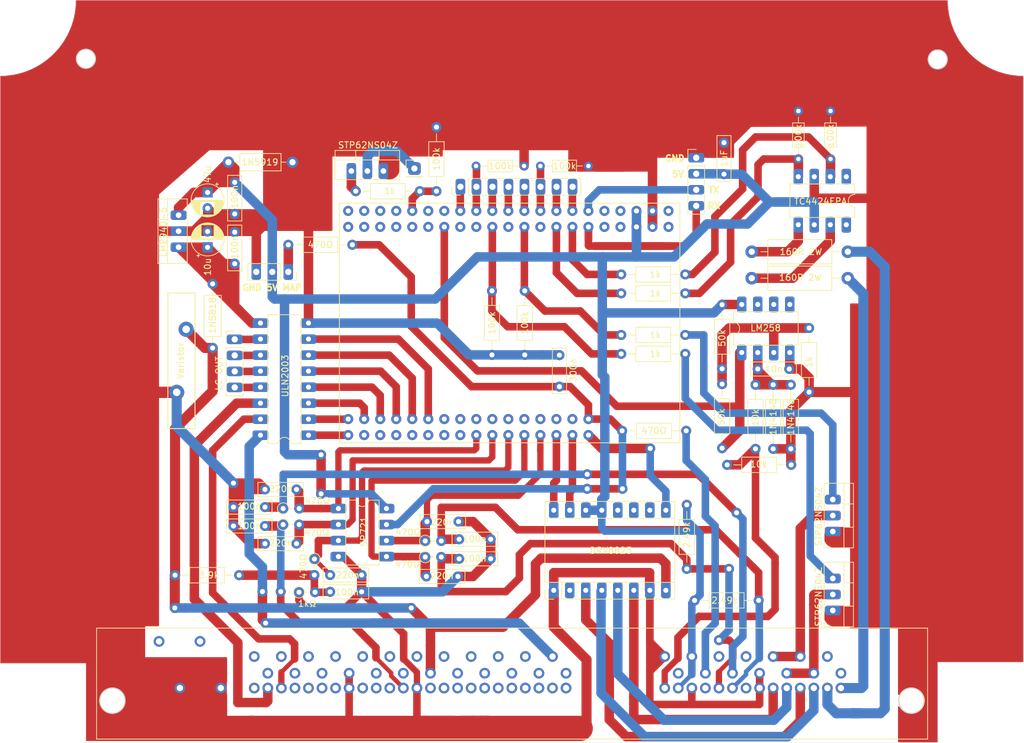
<source format=kicad_pcb>
(kicad_pcb (version 20171130) (host pcbnew "(5.1.7)-1")
  (layers (0 F.Cu signal) (31 B.Cu signal) (34 B.Paste user) (35 F.Paste user) (36 B.SilkS user) (37 F.SilkS user) (38 B.Mask user) (39 F.Mask user) (44 Edge.Cuts user))
  (net 0 "")
  (net 1 123)
  (module Connector_PinHeader_2.54mm:PinHeader_1x01_P2.54mm_Vertical (layer F.Cu) (at 132.6 66.5)
    (fp_text reference " " (at 0 -2.33) (layer F.SilkS))
    (fp_text value PinHeader_1x01_P2.54mm_Vertical)
    (pad 1 thru_hole roundrect (at 0 0) (size 2 2) (drill 1) (layers *.Cu *.Mask))
  )
  (module Inductor_THT:L_Axial_L5.3mm_D2.2mm_P10.16mm_Horizontal_Vishay_IM-1 (layer F.Cu) (at 136.1 70.1 90)
    (fp_text reference 100k (at 5.1 0 90) (layer F.SilkS))
    (fp_text value L_Axial_L5.3mm_D2.2mm_P10.16mm_Horizontal_Vishay_IM-1)
    (pad 2 thru_hole oval (at 10.16 0 90) (size 1.6 1.6) (drill 0.8) (layers *.Cu *.Mask) (net 1 123))
    (pad 1 thru_hole circle (at 0 0 90) (size 1.6 1.6) (drill 0.8) (layers *.Cu *.Mask))
  )
  (module Inductor_THT:L_Axial_L5.3mm_D2.2mm_P10.16mm_Horizontal_Vishay_IM-1 (layer F.Cu) (at 123.3 70.1)
    (fp_text reference 1k (at 5.4 0) (layer F.SilkS))
    (fp_text value L_Axial_L5.3mm_D2.2mm_P10.16mm_Horizontal_Vishay_IM-1)
    (pad 2 thru_hole oval (at 10.16 0) (size 1.6 1.6) (drill 0.8) (layers *.Cu *.Mask))
    (pad 1 thru_hole circle (at 0 0) (size 1.6 1.6) (drill 0.8) (layers *.Cu *.Mask))
  )
  (module Package_TO_SOT_THT:TO-220-3_Vertical (layer F.Cu) (at 122.6 66.9)
    (fp_text reference STP62NS04Z (at 2.64 -4.1) (layer F.SilkS))
    (fp_text value TO-220-3_Vertical)
    (pad 1 thru_hole roundrect (at 0 0) (size 1.5 2.5) (drill 0.9) (layers *.Cu *.Mask))
    (pad 2 thru_hole roundrect (at 2.54 0) (size 1.5 2.5) (drill 0.9) (layers *.Cu *.Mask))
    (pad 3 thru_hole roundrect (at 5.08 0) (size 1.5 2.5) (drill 0.9) (layers *.Cu *.Mask) (net 1 123))
  )
  (module Capacitor_THT:CP_Radial_D5.0mm_P2.50mm (layer F.Cu) (at 99.8 70.3 270)
    (fp_text reference 47u (at -2.9 0 90) (layer F.SilkS))
    (fp_text value CP_Radial_D5.0mm_P2.50mm)
    (pad 1 thru_hole rect (at 0 0 270) (size 1.6 1.6) (drill 0.8) (layers *.Cu *.Mask))
    (pad 2 thru_hole circle (at 2.5 0 270) (size 1.6 1.6) (drill 0.8) (layers *.Cu *.Mask) (net 1 123))
  )
  (module Capacitor_THT:CP_Radial_D5.0mm_P2.50mm (layer F.Cu) (at 99.8 79 90)
    (fp_text reference 10u (at -3.1 0 90) (layer F.SilkS))
    (fp_text value CP_Radial_D5.0mm_P2.50mm)
    (pad 2 thru_hole circle (at 2.5 0 90) (size 1.6 1.6) (drill 0.8) (layers *.Cu *.Mask) (net 1 123))
    (pad 1 thru_hole rect (at 0 0 90) (size 1.6 1.6) (drill 0.8) (layers *.Cu *.Mask))
  )
  (module Resistor_THT:R_Axial_DIN0204_L3.6mm_D1.6mm_P7.62mm_Horizontal (layer F.Cu) (at 160.2 66.1 180)
    (fp_text reference 100k (at 3.8 0) (layer F.SilkS))
    (fp_text value R_Axial_DIN0204_L3.6mm_D1.6mm_P7.62mm_Horizontal)
    (pad 2 thru_hole oval (at 7.62 0 180) (size 1.4 1.4) (drill 0.7) (layers *.Cu *.Mask))
    (pad 1 thru_hole circle (at 0 0 180) (size 1.4 1.4) (drill 0.7) (layers *.Cu *.Mask) (net 1 123))
  )
  (module Resistor_THT:R_Axial_DIN0204_L3.6mm_D1.6mm_P7.62mm_Horizontal (layer F.Cu) (at 150 66.1 180)
    (fp_text reference 100k (at 3.8 0) (layer F.SilkS))
    (fp_text value R_Axial_DIN0204_L3.6mm_D1.6mm_P7.62mm_Horizontal)
    (pad 2 thru_hole oval (at 7.62 0 180) (size 1.4 1.4) (drill 0.7) (layers *.Cu *.Mask))
    (pad 1 thru_hole circle (at 0 0 180) (size 1.4 1.4) (drill 0.7) (layers *.Cu *.Mask) (net 1 123))
  )
  (module Connector_PinHeader_2.54mm:PinHeader_1x04_P2.54mm_Vertical (layer F.Cu) (at 177.3 64.8)
    (fp_text reference " " (at -2.5 5.4 90) (layer F.SilkS))
    (fp_text value PinHeader_1x04_P2.54mm_Vertical)
    (pad 4 thru_hole roundrect (at 0 7.62) (size 2.5 1.5) (drill 1) (layers *.Cu *.Mask))
    (pad 3 thru_hole roundrect (at 0 5.08) (size 2.5 1.5) (drill 1) (layers *.Cu *.Mask))
    (pad 2 thru_hole roundrect (at 0 2.54) (size 2.5 1.5) (drill 1) (layers *.Cu *.Mask))
    (pad 1 thru_hole roundrect (at 0 0) (size 2.5 1.5) (drill 1) (layers *.Cu *.Mask) (net 1 123))
  )
  (module Varistor:RV_Disc_D21.5mm_W4.3mm_P10mm (layer F.Cu) (at 96.4 92 270)
    (fp_text reference Varistor (at 5 0.9 270) (layer F.SilkS))
    (fp_text value RV_Disc_D21.5mm_W4.3mm_P10mm)
    (pad 1 thru_hole circle (at 0 0 270) (size 2.4 2.4) (drill 1.2) (layers *.Cu *.Mask))
    (pad 2 thru_hole circle (at 10 1.5 270) (size 2.4 2.4) (drill 1.2) (layers *.Cu *.Mask) (net 1 123))
  )
  (module Package_TO_SOT_THT:TO-220-3_Vertical (layer F.Cu) (at 198.96 131.52 270)
    (fp_text reference STP62NS04Z (at 2.88 2.26 90) (layer F.SilkS))
    (fp_text value TO-220-3_Vertical)
    (pad 3 thru_hole roundrect (at 5.08 0 270) (size 1.5 2.5) (drill 0.9) (layers *.Cu *.Mask) (net 1 123))
    (pad 2 thru_hole roundrect (at 2.54 0 270) (size 1.5 2.5) (drill 0.9) (layers *.Cu *.Mask))
    (pad 1 thru_hole roundrect (at 0 0 270) (size 1.5 2.5) (drill 0.9) (layers *.Cu *.Mask))
  )
  (module Package_TO_SOT_THT:TO-220-3_Vertical (layer F.Cu) (at 198.96 119 270)
    (fp_text reference STP62NS04Z (at 2.7 2.26 90) (layer F.SilkS))
    (fp_text value TO-220-3_Vertical)
    (pad 3 thru_hole roundrect (at 5.08 0 270) (size 1.5 2.5) (drill 0.9) (layers *.Cu *.Mask) (net 1 123))
    (pad 2 thru_hole roundrect (at 2.54 0 270) (size 1.5 2.5) (drill 0.9) (layers *.Cu *.Mask))
    (pad 1 thru_hole roundrect (at 0 0 270) (size 1.5 2.5) (drill 0.9) (layers *.Cu *.Mask))
  )
  (module Package_TO_SOT_THT:TO-220-3_Vertical (layer F.Cu) (at 95.2 78.98 90)
    (fp_text reference LM2940-5 (at 2.4 -2.4 90) (layer F.SilkS))
    (fp_text value TO-220-3_Vertical)
    (pad 1 thru_hole roundrect (at 0 0 90) (size 1.5 2.5) (drill 0.9) (layers *.Cu *.Mask))
    (pad 2 thru_hole roundrect (at 2.54 0 90) (size 1.5 2.5) (drill 0.9) (layers *.Cu *.Mask) (net 1 123))
    (pad 3 thru_hole roundrect (at 5.08 0 90) (size 1.5 2.5) (drill 0.9) (layers *.Cu *.Mask))
  )
  (module ECU:IAW4AF_Header (layer F.Cu) (at 223.4 129.4)
    (fp_text reference " " (at 0.39 -0.02) (layer F.SilkS))
    (fp_text value IAW4AF_Header)
    (pad 3 thru_hole circle (at -116.2 19.5) (size 1.7 1.7) (drill 1) (layers *.Cu *.Mask))
    (pad 15 thru_hole circle (at -114.05 19.5) (size 1.7 1.7) (drill 1) (layers *.Cu *.Mask))
    (pad 4 thru_hole circle (at -111.9 19.5) (size 1.7 1.7) (drill 1) (layers *.Cu *.Mask))
    (pad 16 thru_hole circle (at -109.75 19.5) (size 1.7 1.7) (drill 1) (layers *.Cu *.Mask))
    (pad 5 thru_hole circle (at -107.6 19.5) (size 1.7 1.7) (drill 1) (layers *.Cu *.Mask))
    (pad 17 thru_hole circle (at -105.45 19.5) (size 1.7 1.7) (drill 1) (layers *.Cu *.Mask))
    (pad 6 thru_hole circle (at -103.3 19.5) (size 1.7 1.7) (drill 1) (layers *.Cu *.Mask))
    (pad 18 thru_hole circle (at -101.15 19.5) (size 1.7 1.7) (drill 1) (layers *.Cu *.Mask) (net 1 123))
    (pad 7 thru_hole circle (at -99 19.5) (size 1.7 1.7) (drill 1) (layers *.Cu *.Mask))
    (pad 19 thru_hole circle (at -96.85 19.5) (size 1.7 1.7) (drill 1) (layers *.Cu *.Mask))
    (pad 8 thru_hole circle (at -94.7 19.5) (size 1.7 1.7) (drill 1) (layers *.Cu *.Mask))
    (pad 20 thru_hole circle (at -92.55 19.5) (size 1.7 1.7) (drill 1) (layers *.Cu *.Mask))
    (pad 9 thru_hole circle (at -90.4 19.5) (size 1.7 1.7) (drill 1) (layers *.Cu *.Mask) (net 1 123))
    (pad 21 thru_hole circle (at -88.25 19.5) (size 1.7 1.7) (drill 1) (layers *.Cu *.Mask))
    (pad 10 thru_hole circle (at -86.1 19.5) (size 1.7 1.7) (drill 1) (layers *.Cu *.Mask))
    (pad 22 thru_hole circle (at -83.95 19.5) (size 1.7 1.7) (drill 1) (layers *.Cu *.Mask))
    (pad 11 thru_hole circle (at -81.8 19.5) (size 1.7 1.7) (drill 1) (layers *.Cu *.Mask))
    (pad 23 thru_hole circle (at -79.65 19.5) (size 1.7 1.7) (drill 1) (layers *.Cu *.Mask))
    (pad 12 thru_hole circle (at -77.5 19.5) (size 1.7 1.7) (drill 1) (layers *.Cu *.Mask))
    (pad 24 thru_hole circle (at -75.35 19.5) (size 1.7 1.7) (drill 1) (layers *.Cu *.Mask))
    (pad 13 thru_hole circle (at -73.2 19.5) (size 1.7 1.7) (drill 1) (layers *.Cu *.Mask))
    (pad 25 thru_hole circle (at -71.05 19.5) (size 1.7 1.7) (drill 1) (layers *.Cu *.Mask))
    (pad 14 thru_hole circle (at -68.9 19.5) (size 1.7 1.7) (drill 1) (layers *.Cu *.Mask))
    (pad 26 thru_hole circle (at -66.75 19.5) (size 1.7 1.7) (drill 1) (layers *.Cu *.Mask))
    (pad 29 thru_hole circle (at -116.2 14.5) (size 1.7 1.7) (drill 1) (layers *.Cu *.Mask))
    (pad 30 thru_hole circle (at -111.9 14.5) (size 1.7 1.7) (drill 1) (layers *.Cu *.Mask))
    (pad 41 thru_hole circle (at -114.05 17.15) (size 1.7 1.7) (drill 1) (layers *.Cu *.Mask))
    (pad 42 thru_hole circle (at -109.75 17.15) (size 1.7 1.7) (drill 1) (layers *.Cu *.Mask))
    (pad 43 thru_hole circle (at -105.45 17.15) (size 1.7 1.7) (drill 1) (layers *.Cu *.Mask))
    (pad 31 thru_hole circle (at -107.6 14.5) (size 1.7 1.7) (drill 1) (layers *.Cu *.Mask))
    (pad 32 thru_hole circle (at -103.3 14.5) (size 1.7 1.7) (drill 1) (layers *.Cu *.Mask))
    (pad 33 thru_hole circle (at -99 14.5) (size 1.7 1.7) (drill 1) (layers *.Cu *.Mask))
    (pad 34 thru_hole circle (at -94.7 14.5) (size 1.7 1.7) (drill 1) (layers *.Cu *.Mask))
    (pad 44 thru_hole circle (at -101.15 17.15) (size 1.7 1.7) (drill 1) (layers *.Cu *.Mask) (net 1 123))
    (pad 45 thru_hole circle (at -96.85 17.15) (size 1.7 1.7) (drill 1) (layers *.Cu *.Mask))
    (pad 46 thru_hole circle (at -92.55 17.15) (size 1.7 1.7) (drill 1) (layers *.Cu *.Mask))
    (pad 47 thru_hole circle (at -88.25 17.15) (size 1.7 1.7) (drill 1) (layers *.Cu *.Mask))
    (pad 48 thru_hole circle (at -83.95 17.15) (size 1.7 1.7) (drill 1) (layers *.Cu *.Mask))
    (pad 49 thru_hole circle (at -79.65 17.15) (size 1.7 1.7) (drill 1) (layers *.Cu *.Mask))
    (pad 50 thru_hole circle (at -75.35 17.15) (size 1.7 1.7) (drill 1) (layers *.Cu *.Mask))
    (pad 51 thru_hole circle (at -71.05 17.15) (size 1.7 1.7) (drill 1) (layers *.Cu *.Mask))
    (pad 52 thru_hole circle (at -66.75 17.15) (size 1.7 1.7) (drill 1) (layers *.Cu *.Mask))
    (pad 35 thru_hole circle (at -90.4 14.5) (size 1.7 1.7) (drill 1) (layers *.Cu *.Mask))
    (pad 36 thru_hole circle (at -86.1 14.5) (size 1.7 1.7) (drill 1) (layers *.Cu *.Mask))
    (pad 37 thru_hole circle (at -81.8 14.5) (size 1.7 1.7) (drill 1) (layers *.Cu *.Mask))
    (pad 38 thru_hole circle (at -77.5 14.5) (size 1.7 1.7) (drill 1) (layers *.Cu *.Mask))
    (pad 39 thru_hole circle (at -73.2 14.5) (size 1.7 1.7) (drill 1) (layers *.Cu *.Mask))
    (pad 40 thru_hole circle (at -68.9 14.5) (size 1.7 1.7) (drill 1) (layers *.Cu *.Mask))
    (pad 53 thru_hole circle (at -51.1 19.5) (size 1.7 1.7) (drill 1) (layers *.Cu *.Mask))
    (pad 60 thru_hole circle (at -48.95 19.5) (size 1.7 1.7) (drill 1) (layers *.Cu *.Mask))
    (pad 54 thru_hole circle (at -46.8 19.5) (size 1.7 1.7) (drill 1) (layers *.Cu *.Mask) (net 1 123))
    (pad 61 thru_hole circle (at -44.65 19.5) (size 1.7 1.7) (drill 1) (layers *.Cu *.Mask))
    (pad 55 thru_hole circle (at -42.5 19.5) (size 1.7 1.7) (drill 1) (layers *.Cu *.Mask))
    (pad 62 thru_hole circle (at -40.35 19.5) (size 1.7 1.7) (drill 1) (layers *.Cu *.Mask))
    (pad 56 thru_hole circle (at -38.2 19.5) (size 1.7 1.7) (drill 1) (layers *.Cu *.Mask))
    (pad 63 thru_hole circle (at -36.05 19.5) (size 1.7 1.7) (drill 1) (layers *.Cu *.Mask) (net 1 123))
    (pad 57 thru_hole circle (at -33.9 19.5) (size 1.7 1.7) (drill 1) (layers *.Cu *.Mask))
    (pad 64 thru_hole circle (at -31.75 19.5) (size 1.7 1.7) (drill 1) (layers *.Cu *.Mask))
    (pad 58 thru_hole circle (at -29.6 19.5) (size 1.7 1.7) (drill 1) (layers *.Cu *.Mask))
    (pad 65 thru_hole circle (at -27.45 19.5) (size 1.7 1.7) (drill 1) (layers *.Cu *.Mask))
    (pad 59 thru_hole circle (at -25.3 19.5) (size 1.7 1.7) (drill 1) (layers *.Cu *.Mask))
    (pad 66 thru_hole circle (at -23.15 19.5) (size 1.7 1.7) (drill 1) (layers *.Cu *.Mask))
    (pad 74 thru_hole circle (at -48.95 17.15) (size 1.7 1.7) (drill 1) (layers *.Cu *.Mask))
    (pad 75 thru_hole circle (at -44.65 17.15) (size 1.7 1.7) (drill 1) (layers *.Cu *.Mask))
    (pad 76 thru_hole circle (at -40.35 17.15) (size 1.7 1.7) (drill 1) (layers *.Cu *.Mask))
    (pad 77 thru_hole circle (at -36.05 17.15) (size 1.7 1.7) (drill 1) (layers *.Cu *.Mask) (net 1 123))
    (pad 78 thru_hole circle (at -31.75 17.15) (size 1.7 1.7) (drill 1) (layers *.Cu *.Mask))
    (pad 79 thru_hole circle (at -27.45 17.15) (size 1.7 1.7) (drill 1) (layers *.Cu *.Mask))
    (pad 80 thru_hole circle (at -23.15 17.15) (size 1.7 1.7) (drill 1) (layers *.Cu *.Mask))
    (pad 67 thru_hole circle (at -51.1 14.5) (size 1.7 1.7) (drill 1) (layers *.Cu *.Mask) (net 1 123))
    (pad 68 thru_hole circle (at -46.8 14.5) (size 1.7 1.7) (drill 1) (layers *.Cu *.Mask))
    (pad 69 thru_hole circle (at -42.5 14.5) (size 1.7 1.7) (drill 1) (layers *.Cu *.Mask))
    (pad 70 thru_hole circle (at -38.2 14.5) (size 1.7 1.7) (drill 1) (layers *.Cu *.Mask))
    (pad 71 thru_hole circle (at -33.9 14.5) (size 1.7 1.7) (drill 1) (layers *.Cu *.Mask))
    (pad 72 thru_hole circle (at -29.6 14.5) (size 1.7 1.7) (drill 1) (layers *.Cu *.Mask))
    (pad 73 thru_hole circle (at -25.3 14.5) (size 1.7 1.7) (drill 1) (layers *.Cu *.Mask))
    (pad 28 thru_hole circle (at -121.5 19.5) (size 1.7 1.7) (drill 1) (layers *.Cu *.Mask) (net 1 123))
    (pad 27 thru_hole circle (at -128 19.5) (size 1.7 1.7) (drill 1) (layers *.Cu *.Mask) (net 1 123))
    (pad 2 thru_hole circle (at -124.8 12.1) (size 1.7 1.7) (drill 1) (layers *.Cu *.Mask))
    (pad 1 thru_hole circle (at -131.3 12.1) (size 1.7 1.7) (drill 1) (layers *.Cu *.Mask))
  )
  (module Resistor_THT:R_Axial_DIN0411_L9.9mm_D3.6mm_P15.24mm_Horizontal (layer F.Cu) (at 186.1 83.9)
    (fp_text reference "160R 2W" (at 7.7 -0.1) (layer F.SilkS))
    (fp_text value R_Axial_DIN0411_L9.9mm_D3.6mm_P15.24mm_Horizontal)
    (pad 1 thru_hole circle (at 0 0) (size 2 2) (drill 1) (layers *.Cu *.Mask))
    (pad 2 thru_hole circle (at 15.24 0) (size 2 2) (drill 1) (layers *.Cu *.Mask))
  )
  (module Inductor_THT:L_Axial_L5.3mm_D2.2mm_P10.16mm_Horizontal_Vishay_IM-1 (layer F.Cu) (at 175.7 108.1 180)
    (fp_text reference 470Ω (at 5.1 0) (layer F.SilkS))
    (fp_text value L_Axial_L5.3mm_D2.2mm_P10.16mm_Horizontal_Vishay_IM-1)
    (pad 1 thru_hole circle (at 0 0 180) (size 1.6 1.6) (drill 0.8) (layers *.Cu *.Mask))
    (pad 2 thru_hole oval (at 10.16 0 180) (size 1.6 1.6) (drill 0.8) (layers *.Cu *.Mask))
  )
  (module Resistor_THT:R_Axial_DIN0411_L9.9mm_D3.6mm_P15.24mm_Horizontal (layer F.Cu) (at 186.1 79.7)
    (fp_text reference "160R 2W" (at 7.8 0 180) (layer F.SilkS))
    (fp_text value R_Axial_DIN0411_L9.9mm_D3.6mm_P15.24mm_Horizontal)
    (pad 2 thru_hole circle (at 15.24 0) (size 2 2) (drill 1) (layers *.Cu *.Mask))
    (pad 1 thru_hole circle (at 0 0) (size 2 2) (drill 1) (layers *.Cu *.Mask))
  )
  (module Connector_PinHeader_2.54mm:PinHeader_1x08_P2.54mm_Vertical (layer F.Cu) (at 139.9 69.4 90)
    (fp_text reference " " (at 0 -2.33 90) (layer F.SilkS))
    (fp_text value PinHeader_1x08_P2.54mm_Vertical)
    (pad 1 thru_hole roundrect (at 0 0 90) (size 2.5 1.5) (drill 1) (layers *.Cu *.Mask))
    (pad 2 thru_hole roundrect (at 0 2.54 90) (size 2.5 1.5) (drill 1) (layers *.Cu *.Mask))
    (pad 3 thru_hole roundrect (at 0 5.08 90) (size 2.5 1.5) (drill 1) (layers *.Cu *.Mask))
    (pad 4 thru_hole roundrect (at 0 7.62 90) (size 2.5 1.5) (drill 1) (layers *.Cu *.Mask))
    (pad 5 thru_hole roundrect (at 0 10.16 90) (size 2.5 1.5) (drill 1) (layers *.Cu *.Mask))
    (pad 6 thru_hole roundrect (at 0 12.7 90) (size 2.5 1.5) (drill 1) (layers *.Cu *.Mask))
    (pad 7 thru_hole roundrect (at 0 15.24 90) (size 2.5 1.5) (drill 1) (layers *.Cu *.Mask))
    (pad 8 thru_hole roundrect (at 0 17.78 90) (size 2.5 1.5) (drill 1) (layers *.Cu *.Mask))
  )
  (module Inductor_THT:L_Axial_L5.3mm_D2.2mm_P10.16mm_Horizontal_Vishay_IM-1 (layer F.Cu) (at 182.2 113.5)
    (fp_text reference 10k (at 5 -0.1 180) (layer F.SilkS))
    (fp_text value L_Axial_L5.3mm_D2.2mm_P10.16mm_Horizontal_Vishay_IM-1)
    (pad 1 thru_hole circle (at 0 0) (size 1.6 1.6) (drill 0.8) (layers *.Cu *.Mask))
    (pad 2 thru_hole oval (at 10.16 0) (size 1.6 1.6) (drill 0.8) (layers *.Cu *.Mask) (net 1 123))
  )
  (module Inductor_THT:L_Axial_L5.3mm_D2.2mm_P10.16mm_Horizontal_Vishay_IM-1 (layer F.Cu) (at 186.7 100.8 270)
    (fp_text reference 10k (at 5.2 0 90) (layer F.SilkS))
    (fp_text value L_Axial_L5.3mm_D2.2mm_P10.16mm_Horizontal_Vishay_IM-1)
    (pad 2 thru_hole oval (at 10.16 0 270) (size 1.6 1.6) (drill 0.8) (layers *.Cu *.Mask))
    (pad 1 thru_hole circle (at 0 0 270) (size 1.6 1.6) (drill 0.8) (layers *.Cu *.Mask))
  )
  (module Inductor_THT:L_Axial_L5.3mm_D2.2mm_P10.16mm_Horizontal_Vishay_IM-1 (layer F.Cu) (at 189.5 100.8 270)
    (fp_text reference 1N4148 (at 5.1 0 90) (layer F.SilkS))
    (fp_text value L_Axial_L5.3mm_D2.2mm_P10.16mm_Horizontal_Vishay_IM-1)
    (pad 2 thru_hole oval (at 10.16 0 270) (size 1.6 1.6) (drill 0.8) (layers *.Cu *.Mask) (net 1 123))
    (pad 1 thru_hole circle (at 0 0 270) (size 1.6 1.6) (drill 0.8) (layers *.Cu *.Mask))
  )
  (module Inductor_THT:L_Axial_L5.3mm_D2.2mm_P10.16mm_Horizontal_Vishay_IM-1 (layer F.Cu) (at 192.3 100.8 270)
    (fp_text reference 1N4148 (at 5.1 0 90) (layer F.SilkS))
    (fp_text value L_Axial_L5.3mm_D2.2mm_P10.16mm_Horizontal_Vishay_IM-1)
    (pad 2 thru_hole oval (at 10.16 0 270) (size 1.6 1.6) (drill 0.8) (layers *.Cu *.Mask) (net 1 123))
    (pad 1 thru_hole circle (at 0 0 270) (size 1.6 1.6) (drill 0.8) (layers *.Cu *.Mask))
  )
  (module Inductor_THT:L_Axial_L5.3mm_D2.2mm_P10.16mm_Horizontal_Vishay_IM-1 (layer F.Cu) (at 195.2 91.8 270)
    (fp_text reference 1k (at 5.4 0 90) (layer F.SilkS))
    (fp_text value L_Axial_L5.3mm_D2.2mm_P10.16mm_Horizontal_Vishay_IM-1)
    (pad 2 thru_hole oval (at 10.16 0 270) (size 1.6 1.6) (drill 0.8) (layers *.Cu *.Mask) (net 1 123))
    (pad 1 thru_hole circle (at 0 0 270) (size 1.6 1.6) (drill 0.8) (layers *.Cu *.Mask))
  )
  (module Inductor_THT:L_Axial_L5.3mm_D2.2mm_P10.16mm_Horizontal_Vishay_IM-1 (layer F.Cu) (at 181.4 100.7 270)
    (fp_text reference 50k (at 5.2 0.1 90) (layer F.SilkS))
    (fp_text value L_Axial_L5.3mm_D2.2mm_P10.16mm_Horizontal_Vishay_IM-1)
    (pad 2 thru_hole oval (at 10.16 0 270) (size 1.6 1.6) (drill 0.8) (layers *.Cu *.Mask))
    (pad 1 thru_hole circle (at 0 0 270) (size 1.6 1.6) (drill 0.8) (layers *.Cu *.Mask))
  )
  (module Inductor_THT:L_Axial_L5.3mm_D2.2mm_P10.16mm_Horizontal_Vishay_IM-1 (layer F.Cu) (at 181.4 88.1 270)
    (fp_text reference 50k (at 5.3 0 90) (layer F.SilkS))
    (fp_text value L_Axial_L5.3mm_D2.2mm_P10.16mm_Horizontal_Vishay_IM-1)
    (pad 1 thru_hole circle (at 0 0 270) (size 1.6 1.6) (drill 0.8) (layers *.Cu *.Mask))
    (pad 2 thru_hole oval (at 10.16 0 270) (size 1.6 1.6) (drill 0.8) (layers *.Cu *.Mask))
  )
  (module Resistor_THT:R_Axial_DIN0207_L6.3mm_D2.5mm_P10.16mm_Horizontal (layer F.Cu) (at 100.6 84.8 270)
    (fp_text reference 1N5818 (at 5 0 90) (layer F.SilkS))
    (fp_text value R_Axial_DIN0207_L6.3mm_D2.5mm_P10.16mm_Horizontal)
    (pad 2 thru_hole oval (at 10.16 0 270) (size 1.6 1.6) (drill 0.8) (layers *.Cu *.Mask))
    (pad 1 thru_hole circle (at 0 0 270) (size 1.6 1.6) (drill 0.8) (layers *.Cu *.Mask))
  )
  (module Inductor_THT:L_Axial_L5.3mm_D2.2mm_P10.16mm_Horizontal_Vishay_IM-1 (layer F.Cu) (at 104.8 131 180)
    (fp_text reference 3.9k (at 4.8 0) (layer F.SilkS))
    (fp_text value L_Axial_L5.3mm_D2.2mm_P10.16mm_Horizontal_Vishay_IM-1)
    (pad 2 thru_hole oval (at 10.16 0 180) (size 1.6 1.6) (drill 0.8) (layers *.Cu *.Mask))
    (pad 1 thru_hole circle (at 0 0 180) (size 1.6 1.6) (drill 0.8) (layers *.Cu *.Mask))
  )
  (module Inductor_THT:L_Axial_L5.3mm_D2.2mm_P10.16mm_Horizontal_Vishay_IM-1 (layer F.Cu) (at 187.2 135 180)
    (fp_text reference 2.49k (at 5.4 0) (layer F.SilkS))
    (fp_text value L_Axial_L5.3mm_D2.2mm_P10.16mm_Horizontal_Vishay_IM-1)
    (pad 2 thru_hole oval (at 10.16 0 180) (size 1.6 1.6) (drill 0.8) (layers *.Cu *.Mask))
    (pad 1 thru_hole circle (at 0 0 180) (size 1.6 1.6) (drill 0.8) (layers *.Cu *.Mask))
  )
  (module Inductor_THT:L_Axial_L5.3mm_D2.2mm_P10.16mm_Horizontal_Vishay_IM-1 (layer F.Cu) (at 175.8 130 90)
    (fp_text reference 2.49k (at 5.4 0 90) (layer F.SilkS))
    (fp_text value L_Axial_L5.3mm_D2.2mm_P10.16mm_Horizontal_Vishay_IM-1)
    (pad 1 thru_hole circle (at 0 0 90) (size 1.6 1.6) (drill 0.8) (layers *.Cu *.Mask))
    (pad 2 thru_hole oval (at 10.16 0 90) (size 1.6 1.6) (drill 0.8) (layers *.Cu *.Mask))
  )
  (module Capacitor_THT:C_Rect_L7.0mm_W2.0mm_P5.00mm (layer F.Cu) (at 139.7 125.3)
    (fp_text reference 100n (at 2.448 -0.0415) (layer F.SilkS))
    (fp_text value C_Rect_L7.0mm_W2.0mm_P5.00mm)
    (pad 2 thru_hole circle (at 5 0) (size 1.6 1.6) (drill 0.8) (layers *.Cu *.Mask) (net 1 123))
    (pad 1 thru_hole circle (at 0 0) (size 1.6 1.6) (drill 0.8) (layers *.Cu *.Mask))
  )
  (module Capacitor_THT:C_Rect_L7.0mm_W2.0mm_P5.00mm (layer F.Cu) (at 134.6 122.5)
    (fp_text reference 220n (at 2.448 0.1185) (layer F.SilkS))
    (fp_text value C_Rect_L7.0mm_W2.0mm_P5.00mm)
    (pad 2 thru_hole circle (at 5 0) (size 1.6 1.6) (drill 0.8) (layers *.Cu *.Mask) (net 1 123))
    (pad 1 thru_hole circle (at 0 0) (size 1.6 1.6) (drill 0.8) (layers *.Cu *.Mask))
  )
  (module Capacitor_THT:C_Rect_L7.0mm_W2.0mm_P5.00mm (layer F.Cu) (at 139.7 128.4)
    (fp_text reference 100n (at 2.448 -0.0415) (layer F.SilkS))
    (fp_text value C_Rect_L7.0mm_W2.0mm_P5.00mm)
    (pad 2 thru_hole circle (at 5 0) (size 1.6 1.6) (drill 0.8) (layers *.Cu *.Mask) (net 1 123))
    (pad 1 thru_hole circle (at 0 0) (size 1.6 1.6) (drill 0.8) (layers *.Cu *.Mask))
  )
  (module Capacitor_THT:C_Rect_L7.0mm_W2.0mm_P5.00mm (layer F.Cu) (at 134.5 131.2)
    (fp_text reference 220n (at 2.448 -0.0815) (layer F.SilkS))
    (fp_text value C_Rect_L7.0mm_W2.0mm_P5.00mm)
    (pad 1 thru_hole circle (at 0 0) (size 1.6 1.6) (drill 0.8) (layers *.Cu *.Mask))
    (pad 2 thru_hole circle (at 5 0) (size 1.6 1.6) (drill 0.8) (layers *.Cu *.Mask) (net 1 123))
  )
  (module Resistor_THT:R_Axial_DIN0204_L3.6mm_D1.6mm_P2.54mm_Vertical (layer F.Cu) (at 134.3185 128.112)
    (fp_text reference 470Ω (at -2.8185 1.188) (layer F.SilkS))
    (fp_text value R_Axial_DIN0204_L3.6mm_D1.6mm_P2.54mm_Vertical)
    (pad 2 thru_hole circle (at 2.54 0) (size 1.6 1.6) (drill 0.8) (layers *.Cu *.Mask))
    (pad 1 thru_hole circle (at 0 0) (size 1.6 1.6) (drill 0.8) (layers *.Cu *.Mask))
  )
  (module Resistor_THT:R_Axial_DIN0204_L3.6mm_D1.6mm_P2.54mm_Vertical (layer F.Cu) (at 134.3185 125.572)
    (fp_text reference 470Ω (at -2.7185 -1.372) (layer F.SilkS))
    (fp_text value R_Axial_DIN0204_L3.6mm_D1.6mm_P2.54mm_Vertical)
    (pad 1 thru_hole circle (at 0 0) (size 1.6 1.6) (drill 0.8) (layers *.Cu *.Mask))
    (pad 2 thru_hole circle (at 2.54 0) (size 1.6 1.6) (drill 0.8) (layers *.Cu *.Mask))
  )
  (module Inductor_THT:L_Axial_L5.3mm_D2.2mm_P10.16mm_Horizontal_Vishay_IM-1 (layer F.Cu) (at 112.6 78.6)
    (fp_text reference 470Ω (at 5.1 0) (layer F.SilkS))
    (fp_text value L_Axial_L5.3mm_D2.2mm_P10.16mm_Horizontal_Vishay_IM-1)
    (pad 2 thru_hole oval (at 10.16 0) (size 1.6 1.6) (drill 0.8) (layers *.Cu *.Mask))
    (pad 1 thru_hole circle (at 0 0) (size 1.6 1.6) (drill 0.8) (layers *.Cu *.Mask))
  )
  (module Inductor_THT:L_Axial_L5.3mm_D2.2mm_P10.16mm_Horizontal_Vishay_IM-1 (layer F.Cu) (at 165.4 83.3)
    (fp_text reference 1k (at 5.4 0) (layer F.SilkS))
    (fp_text value L_Axial_L5.3mm_D2.2mm_P10.16mm_Horizontal_Vishay_IM-1)
    (pad 1 thru_hole circle (at 0 0) (size 1.6 1.6) (drill 0.8) (layers *.Cu *.Mask))
    (pad 2 thru_hole oval (at 10.16 0) (size 1.6 1.6) (drill 0.8) (layers *.Cu *.Mask))
  )
  (module Inductor_THT:L_Axial_L5.3mm_D2.2mm_P10.16mm_Horizontal_Vishay_IM-1 (layer F.Cu) (at 165.4 86.3)
    (fp_text reference 1k (at 5.4 0) (layer F.SilkS))
    (fp_text value L_Axial_L5.3mm_D2.2mm_P10.16mm_Horizontal_Vishay_IM-1)
    (pad 1 thru_hole circle (at 0 0) (size 1.6 1.6) (drill 0.8) (layers *.Cu *.Mask))
    (pad 2 thru_hole oval (at 10.16 0) (size 1.6 1.6) (drill 0.8) (layers *.Cu *.Mask))
  )
  (module Inductor_THT:L_Axial_L5.3mm_D2.2mm_P10.16mm_Horizontal_Vishay_IM-1 (layer F.Cu) (at 150.1 85.9 270)
    (fp_text reference 100k (at 5.1 0 90) (layer F.SilkS))
    (fp_text value L_Axial_L5.3mm_D2.2mm_P10.16mm_Horizontal_Vishay_IM-1)
    (pad 1 thru_hole circle (at 0 0 270) (size 1.6 1.6) (drill 0.8) (layers *.Cu *.Mask))
    (pad 2 thru_hole oval (at 10.16 0 270) (size 1.6 1.6) (drill 0.8) (layers *.Cu *.Mask) (net 1 123))
  )
  (module Inductor_THT:L_Axial_L5.3mm_D2.2mm_P10.16mm_Horizontal_Vishay_IM-1 (layer F.Cu) (at 144.9 85.9 270)
    (fp_text reference 100k (at 5.1 0 90) (layer F.SilkS))
    (fp_text value L_Axial_L5.3mm_D2.2mm_P10.16mm_Horizontal_Vishay_IM-1)
    (pad 2 thru_hole oval (at 10.16 0 270) (size 1.6 1.6) (drill 0.8) (layers *.Cu *.Mask) (net 1 123))
    (pad 1 thru_hole circle (at 0 0 270) (size 1.6 1.6) (drill 0.8) (layers *.Cu *.Mask))
  )
  (module Inductor_THT:L_Axial_L5.3mm_D2.2mm_P10.16mm_Horizontal_Vishay_IM-1 (layer F.Cu) (at 165.4 92.9)
    (fp_text reference 1k (at 5.4 0) (layer F.SilkS))
    (fp_text value L_Axial_L5.3mm_D2.2mm_P10.16mm_Horizontal_Vishay_IM-1)
    (pad 2 thru_hole oval (at 10.16 0) (size 1.6 1.6) (drill 0.8) (layers *.Cu *.Mask))
    (pad 1 thru_hole circle (at 0 0) (size 1.6 1.6) (drill 0.8) (layers *.Cu *.Mask))
  )
  (module Inductor_THT:L_Axial_L5.3mm_D2.2mm_P10.16mm_Horizontal_Vishay_IM-1 (layer F.Cu) (at 165.4 95.9)
    (fp_text reference 1k (at 5.4 0) (layer F.SilkS))
    (fp_text value L_Axial_L5.3mm_D2.2mm_P10.16mm_Horizontal_Vishay_IM-1)
    (pad 1 thru_hole circle (at 0 0) (size 1.6 1.6) (drill 0.8) (layers *.Cu *.Mask))
    (pad 2 thru_hole oval (at 10.16 0) (size 1.6 1.6) (drill 0.8) (layers *.Cu *.Mask))
  )
  (module MODULE_MEGA_PRO_EMBED_CH340G_:_ATMEGA2560 (layer F.Cu) (at 147.7 91 180)
    (fp_text reference ATMEGA2560 (at 3.9 -12.4) (layer F.SilkS) (effects (font (thickness 0.015))))
    (fp_text value MODULE_MEGA_PRO_EMBED_CH340G_/_ATMEGA2560)
    (pad VIN_2 thru_hole circle (at -25.2 15.24 180) (size 1.6 1.6) (drill 0.8) (layers *.Cu *.Mask))
    (pad VIN_1 thru_hole circle (at -25.2 17.78 180) (size 1.6 1.6) (drill 0.8) (layers *.Cu *.Mask))
    (pad GND_2 thru_hole circle (at -22.66 15.24 180) (size 1.6 1.6) (drill 0.8) (layers *.Cu *.Mask) (net 1 123))
    (pad GND_1 thru_hole circle (at -22.66 17.78 180) (size 1.6 1.6) (drill 0.8) (layers *.Cu *.Mask) (net 1 123))
    (pad 5V_1 thru_hole circle (at -20.12 17.78 180) (size 1.6 1.6) (drill 0.8) (layers *.Cu *.Mask))
    (pad 5V_2 thru_hole circle (at -20.12 15.24 180) (size 1.6 1.6) (drill 0.8) (layers *.Cu *.Mask))
    (pad 3V3_2 thru_hole circle (at -17.58 15.24 180) (size 1.6 1.6) (drill 0.8) (layers *.Cu *.Mask))
    (pad 3V3_1 thru_hole circle (at -17.58 17.78 180) (size 1.6 1.6) (drill 0.8) (layers *.Cu *.Mask))
    (pad RST thru_hole circle (at -15.04 17.78 180) (size 1.6 1.6) (drill 0.8) (layers *.Cu *.Mask))
    (pad AREF thru_hole circle (at -15.04 15.24 180) (size 1.6 1.6) (drill 0.8) (layers *.Cu *.Mask))
    (pad RX thru_hole circle (at -12.5 15.24 180) (size 1.6 1.6) (drill 0.8) (layers *.Cu *.Mask))
    (pad TX thru_hole circle (at -12.5 17.78 180) (size 1.6 1.6) (drill 0.8) (layers *.Cu *.Mask))
    (pad D3 thru_hole circle (at -9.96 17.78 180) (size 1.6 1.6) (drill 0.8) (layers *.Cu *.Mask))
    (pad D5 thru_hole circle (at -7.42 17.78 180) (size 1.6 1.6) (drill 0.8) (layers *.Cu *.Mask))
    (pad D7 thru_hole circle (at -4.88 17.78 180) (size 1.6 1.6) (drill 0.8) (layers *.Cu *.Mask))
    (pad D9 thru_hole circle (at -2.34 17.78 180) (size 1.6 1.6) (drill 0.8) (layers *.Cu *.Mask))
    (pad D11 thru_hole circle (at 0.2 17.78 180) (size 1.6 1.6) (drill 0.8) (layers *.Cu *.Mask))
    (pad D13 thru_hole circle (at 2.74 17.78 180) (size 1.6 1.6) (drill 0.8) (layers *.Cu *.Mask))
    (pad D15 thru_hole circle (at 5.28 17.78 180) (size 1.6 1.6) (drill 0.8) (layers *.Cu *.Mask))
    (pad D17 thru_hole circle (at 7.82 17.78 180) (size 1.6 1.6) (drill 0.8) (layers *.Cu *.Mask))
    (pad D19 thru_hole circle (at 10.36 17.78 180) (size 1.6 1.6) (drill 0.8) (layers *.Cu *.Mask))
    (pad D21 thru_hole circle (at 12.9 17.78 180) (size 1.6 1.6) (drill 0.8) (layers *.Cu *.Mask))
    (pad D2 thru_hole circle (at -9.96 15.24 180) (size 1.6 1.6) (drill 0.8) (layers *.Cu *.Mask))
    (pad D4 thru_hole circle (at -7.42 15.24 180) (size 1.6 1.6) (drill 0.8) (layers *.Cu *.Mask))
    (pad D6 thru_hole circle (at -4.88 15.24 180) (size 1.6 1.6) (drill 0.8) (layers *.Cu *.Mask))
    (pad D8 thru_hole circle (at -2.34 15.24 180) (size 1.6 1.6) (drill 0.8) (layers *.Cu *.Mask))
    (pad D10 thru_hole circle (at 0.2 15.24 180) (size 1.6 1.6) (drill 0.8) (layers *.Cu *.Mask))
    (pad D12 thru_hole circle (at 2.74 15.24 180) (size 1.6 1.6) (drill 0.8) (layers *.Cu *.Mask))
    (pad D14 thru_hole circle (at 5.28 15.24 180) (size 1.6 1.6) (drill 0.8) (layers *.Cu *.Mask))
    (pad D16 thru_hole circle (at 7.82 15.24 180) (size 1.6 1.6) (drill 0.8) (layers *.Cu *.Mask))
    (pad D18 thru_hole circle (at 10.36 15.24 180) (size 1.6 1.6) (drill 0.8) (layers *.Cu *.Mask))
    (pad D20 thru_hole circle (at 12.9 15.24 180) (size 1.6 1.6) (drill 0.8) (layers *.Cu *.Mask))
    (pad D23 thru_hole circle (at 15.44 17.78 180) (size 1.6 1.6) (drill 0.8) (layers *.Cu *.Mask))
    (pad D25 thru_hole circle (at 17.98 17.78 180) (size 1.6 1.6) (drill 0.8) (layers *.Cu *.Mask))
    (pad D27 thru_hole circle (at 20.52 17.78 180) (size 1.6 1.6) (drill 0.8) (layers *.Cu *.Mask))
    (pad D29 thru_hole circle (at 23.06 17.78 180) (size 1.6 1.6) (drill 0.8) (layers *.Cu *.Mask))
    (pad D31 thru_hole circle (at 25.6 17.78 180) (size 1.6 1.6) (drill 0.8) (layers *.Cu *.Mask))
    (pad D30 thru_hole circle (at 25.6 15.24 180) (size 1.6 1.6) (drill 0.8) (layers *.Cu *.Mask))
    (pad D28 thru_hole circle (at 23.06 15.24 180) (size 1.6 1.6) (drill 0.8) (layers *.Cu *.Mask))
    (pad D26 thru_hole circle (at 20.52 15.24 180) (size 1.6 1.6) (drill 0.8) (layers *.Cu *.Mask))
    (pad D24 thru_hole circle (at 17.98 15.24 180) (size 1.6 1.6) (drill 0.8) (layers *.Cu *.Mask))
    (pad D22 thru_hole circle (at 15.44 15.24 180) (size 1.6 1.6) (drill 0.8) (layers *.Cu *.Mask))
    (pad A1 thru_hole circle (at -12.5 -15.24 180) (size 1.6 1.6) (drill 0.8) (layers *.Cu *.Mask))
    (pad A0 thru_hole circle (at -12.5 -17.78 180) (size 1.6 1.6) (drill 0.8) (layers *.Cu *.Mask))
    (pad A2 thru_hole circle (at -9.96 -17.78 180) (size 1.6 1.6) (drill 0.8) (layers *.Cu *.Mask))
    (pad A3 thru_hole circle (at -9.96 -15.24 180) (size 1.6 1.6) (drill 0.8) (layers *.Cu *.Mask))
    (pad A5 thru_hole circle (at -7.42 -15.24 180) (size 1.6 1.6) (drill 0.8) (layers *.Cu *.Mask))
    (pad A4 thru_hole circle (at -7.42 -17.78 180) (size 1.6 1.6) (drill 0.8) (layers *.Cu *.Mask))
    (pad A6 thru_hole circle (at -4.88 -17.78 180) (size 1.6 1.6) (drill 0.8) (layers *.Cu *.Mask))
    (pad A7 thru_hole circle (at -4.88 -15.24 180) (size 1.6 1.6) (drill 0.8) (layers *.Cu *.Mask))
    (pad A8 thru_hole circle (at -2.34 -17.78 180) (size 1.6 1.6) (drill 0.8) (layers *.Cu *.Mask))
    (pad A9 thru_hole circle (at -2.34 -15.24 180) (size 1.6 1.6) (drill 0.8) (layers *.Cu *.Mask))
    (pad A10 thru_hole circle (at 0.2 -17.78 180) (size 1.6 1.6) (drill 0.8) (layers *.Cu *.Mask))
    (pad A11 thru_hole circle (at 0.2 -15.24 180) (size 1.6 1.6) (drill 0.8) (layers *.Cu *.Mask))
    (pad A12 thru_hole circle (at 2.74 -17.78 180) (size 1.6 1.6) (drill 0.8) (layers *.Cu *.Mask))
    (pad A13 thru_hole circle (at 2.74 -15.24 180) (size 1.6 1.6) (drill 0.8) (layers *.Cu *.Mask))
    (pad A14 thru_hole circle (at 5.28 -17.78 180) (size 1.6 1.6) (drill 0.8) (layers *.Cu *.Mask))
    (pad A15 thru_hole circle (at 5.28 -15.24 180) (size 1.6 1.6) (drill 0.8) (layers *.Cu *.Mask))
    (pad D32 thru_hole circle (at 7.82 -17.78 180) (size 1.6 1.6) (drill 0.8) (layers *.Cu *.Mask))
    (pad D33 thru_hole circle (at 7.82 -15.24 180) (size 1.6 1.6) (drill 0.8) (layers *.Cu *.Mask))
    (pad D34 thru_hole circle (at 10.36 -17.78 180) (size 1.6 1.6) (drill 0.8) (layers *.Cu *.Mask))
    (pad D35 thru_hole circle (at 10.36 -15.24 180) (size 1.6 1.6) (drill 0.8) (layers *.Cu *.Mask))
    (pad D36 thru_hole circle (at 12.9 -17.78 180) (size 1.6 1.6) (drill 0.8) (layers *.Cu *.Mask))
    (pad D37 thru_hole circle (at 12.9 -15.24 180) (size 1.6 1.6) (drill 0.8) (layers *.Cu *.Mask))
    (pad D38 thru_hole circle (at 15.44 -17.78 180) (size 1.6 1.6) (drill 0.8) (layers *.Cu *.Mask))
    (pad D39 thru_hole circle (at 15.44 -15.24 180) (size 1.6 1.6) (drill 0.8) (layers *.Cu *.Mask))
    (pad D40 thru_hole circle (at 17.98 -17.78 180) (size 1.6 1.6) (drill 0.8) (layers *.Cu *.Mask))
    (pad D41 thru_hole circle (at 17.98 -15.24 180) (size 1.6 1.6) (drill 0.8) (layers *.Cu *.Mask))
    (pad D42 thru_hole circle (at 20.52 -17.78 180) (size 1.6 1.6) (drill 0.8) (layers *.Cu *.Mask))
    (pad D43 thru_hole circle (at 20.52 -15.24 180) (size 1.6 1.6) (drill 0.8) (layers *.Cu *.Mask))
    (pad D44 thru_hole circle (at 23.06 -17.78 180) (size 1.6 1.6) (drill 0.8) (layers *.Cu *.Mask))
    (pad D45 thru_hole circle (at 23.06 -15.24 180) (size 1.6 1.6) (drill 0.8) (layers *.Cu *.Mask))
    (pad D46 thru_hole circle (at 25.6 -17.78 180) (size 1.6 1.6) (drill 0.8) (layers *.Cu *.Mask))
    (pad D47 thru_hole circle (at 25.6 -15.24 180) (size 1.6 1.6) (drill 0.8) (layers *.Cu *.Mask))
  )
  (module Resistor_THT:R_Axial_DIN0207_L6.3mm_D2.5mm_P10.16mm_Horizontal (layer F.Cu) (at 103.1 65.5)
    (fp_text reference 1N5919 (at 5 0) (layer F.SilkS))
    (fp_text value R_Axial_DIN0207_L6.3mm_D2.5mm_P10.16mm_Horizontal)
    (pad 1 thru_hole circle (at 0 0) (size 1.8 1.8) (drill 1) (layers *.Cu *.Mask))
    (pad 2 thru_hole circle (at 10.16 0) (size 1.8 1.8) (drill 1) (layers *.Cu *.Mask) (net 1 123))
  )
  (module Capacitor_THT:C_Rect_L7.0mm_W2.0mm_P5.00mm (layer F.Cu) (at 104.1 68.7 270)
    (fp_text reference 100n (at 2.3 0 90) (layer F.SilkS))
    (fp_text value C_Rect_L7.0mm_W2.0mm_P5.00mm)
    (pad 1 thru_hole circle (at 0 0 270) (size 1.6 1.6) (drill 0.8) (layers *.Cu *.Mask))
    (pad 2 thru_hole circle (at 5 0 270) (size 1.6 1.6) (drill 0.8) (layers *.Cu *.Mask) (net 1 123))
  )
  (module Capacitor_THT:C_Rect_L7.0mm_W2.0mm_P5.00mm (layer F.Cu) (at 104.1 76.6 270)
    (fp_text reference 100n (at 2.4 0 270) (layer F.SilkS))
    (fp_text value C_Rect_L7.0mm_W2.0mm_P5.00mm)
    (pad 2 thru_hole circle (at 5 0 270) (size 1.6 1.6) (drill 0.8) (layers *.Cu *.Mask))
    (pad 1 thru_hole circle (at 0 0 270) (size 1.6 1.6) (drill 0.8) (layers *.Cu *.Mask) (net 1 123))
  )
  (module Connector_PinSocket_2.54mm:PinSocket_1x03_P2.54mm_Vertical (layer F.Cu) (at 112.6 82.9 270)
    (fp_text reference " " (at 1.2 8.3) (layer F.SilkS))
    (fp_text value PinSocket_1x03_P2.54mm_Vertical)
    (pad 1 thru_hole roundrect (at 0 0 270) (size 2.5 1.5) (drill 1) (layers *.Cu *.Mask))
    (pad 2 thru_hole roundrect (at 0 2.54 270) (size 2.5 1.5) (drill 1) (layers *.Cu *.Mask))
    (pad 3 thru_hole roundrect (at 0 5.08 270) (size 2.5 1.5) (drill 1) (layers *.Cu *.Mask) (net 1 123))
  )
  (module Capacitor_THT:C_Rect_L7.0mm_W2.0mm_P5.00mm (layer F.Cu) (at 181.7 67.4 90)
    (fp_text reference 1uF (at 2.5 0 90) (layer F.SilkS))
    (fp_text value C_Rect_L7.0mm_W2.0mm_P5.00mm)
    (pad 2 thru_hole circle (at 5 0 90) (size 1.6 1.6) (drill 0.8) (layers *.Cu *.Mask) (net 1 123))
    (pad 1 thru_hole circle (at 0 0 90) (size 1.6 1.6) (drill 0.8) (layers *.Cu *.Mask))
  )
  (module Resistor_THT:R_Axial_DIN0204_L3.6mm_D1.6mm_P7.62mm_Horizontal (layer F.Cu) (at 193.5 65 90)
    (fp_text reference 100k (at 3.7 0 90) (layer F.SilkS))
    (fp_text value R_Axial_DIN0204_L3.6mm_D1.6mm_P7.62mm_Horizontal)
    (pad 2 thru_hole oval (at 7.62 0 90) (size 1.4 1.4) (drill 0.7) (layers *.Cu *.Mask) (net 1 123))
    (pad 1 thru_hole circle (at 0 0 90) (size 1.4 1.4) (drill 0.7) (layers *.Cu *.Mask))
  )
  (module Resistor_THT:R_Axial_DIN0204_L3.6mm_D1.6mm_P7.62mm_Horizontal (layer F.Cu) (at 198.6 65 90)
    (fp_text reference 100k (at 3.7 0 90) (layer F.SilkS))
    (fp_text value R_Axial_DIN0204_L3.6mm_D1.6mm_P7.62mm_Horizontal)
    (pad 1 thru_hole circle (at 0 0 90) (size 1.4 1.4) (drill 0.7) (layers *.Cu *.Mask))
    (pad 2 thru_hole oval (at 7.62 0 90) (size 1.4 1.4) (drill 0.7) (layers *.Cu *.Mask) (net 1 123))
  )
  (module Package_DIP:DIP-8_W7.62mm (layer F.Cu) (at 201.1 67.8 270)
    (fp_text reference TC4424EPA (at 3.9 4.1) (layer F.SilkS))
    (fp_text value DIP-8_W7.62mm)
    (pad 1 thru_hole roundrect (at 0 0 270) (size 2.5 1.5) (drill 0.8) (layers *.Cu *.Mask))
    (pad 5 thru_hole roundrect (at 7.62 7.62 270) (size 2.5 1.5) (drill 0.8) (layers *.Cu *.Mask))
    (pad 2 thru_hole roundrect (at 0 2.54 270) (size 2.5 1.5) (drill 0.8) (layers *.Cu *.Mask))
    (pad 6 thru_hole roundrect (at 7.62 5.08 270) (size 2.5 1.5) (drill 0.8) (layers *.Cu *.Mask))
    (pad 3 thru_hole roundrect (at 0 5.08 270) (size 2.5 1.5) (drill 0.8) (layers *.Cu *.Mask) (net 1 123))
    (pad 7 thru_hole roundrect (at 7.62 2.54 270) (size 2.5 1.5) (drill 0.8) (layers *.Cu *.Mask))
    (pad 4 thru_hole roundrect (at 0 7.62 270) (size 2.5 1.5) (drill 0.8) (layers *.Cu *.Mask))
    (pad 8 thru_hole roundrect (at 7.62 0 270) (size 2.5 1.5) (drill 0.8) (layers *.Cu *.Mask))
  )
  (module Connector_PinHeader_2.54mm:PinHeader_1x04_P2.54mm_Vertical (layer F.Cu) (at 104.1 93.6)
    (fp_text reference "LC OUT" (at -2.5 5.4 90) (layer F.SilkS))
    (fp_text value PinHeader_1x04_P2.54mm_Vertical)
    (pad 1 thru_hole roundrect (at 0 0) (size 2.5 1.5) (drill 1) (layers *.Cu *.Mask))
    (pad 2 thru_hole roundrect (at 0 2.54) (size 2.5 1.5) (drill 1) (layers *.Cu *.Mask))
    (pad 3 thru_hole roundrect (at 0 5.08) (size 2.5 1.5) (drill 1) (layers *.Cu *.Mask))
    (pad 4 thru_hole roundrect (at 0 7.62) (size 2.5 1.5) (drill 1) (layers *.Cu *.Mask))
  )
  (module Package_DIP:DIP-16_W7.62mm (layer F.Cu) (at 115.8 108.8 180)
    (fp_text reference ULN2003 (at 3.7 9.4 90) (layer F.SilkS))
    (fp_text value DIP-16_W7.62mm)
    (pad 1 thru_hole roundrect (at 0 0 180) (size 2.5 1.5) (drill 0.8) (layers *.Cu *.Mask))
    (pad 9 thru_hole roundrect (at 7.62 17.78 180) (size 2.5 1.5) (drill 0.8) (layers *.Cu *.Mask))
    (pad 2 thru_hole roundrect (at 0 2.54 180) (size 2.5 1.5) (drill 0.8) (layers *.Cu *.Mask))
    (pad 10 thru_hole roundrect (at 7.62 15.24 180) (size 2.5 1.5) (drill 0.8) (layers *.Cu *.Mask))
    (pad 3 thru_hole roundrect (at 0 5.08 180) (size 2.5 1.5) (drill 0.8) (layers *.Cu *.Mask))
    (pad 11 thru_hole roundrect (at 7.62 12.7 180) (size 2.5 1.5) (drill 0.8) (layers *.Cu *.Mask))
    (pad 4 thru_hole roundrect (at 0 7.62 180) (size 2.5 1.5) (drill 0.8) (layers *.Cu *.Mask))
    (pad 12 thru_hole roundrect (at 7.62 10.16 180) (size 2.5 1.5) (drill 0.8) (layers *.Cu *.Mask))
    (pad 5 thru_hole roundrect (at 0 10.16 180) (size 2.5 1.5) (drill 0.8) (layers *.Cu *.Mask))
    (pad 13 thru_hole roundrect (at 7.62 7.62 180) (size 2.5 1.5) (drill 0.8) (layers *.Cu *.Mask))
    (pad 6 thru_hole roundrect (at 0 12.7 180) (size 2.5 1.5) (drill 0.8) (layers *.Cu *.Mask))
    (pad 14 thru_hole roundrect (at 7.62 5.08 180) (size 2.5 1.5) (drill 0.8) (layers *.Cu *.Mask))
    (pad 7 thru_hole roundrect (at 0 15.24 180) (size 2.5 1.5) (drill 0.8) (layers *.Cu *.Mask))
    (pad 15 thru_hole roundrect (at 7.62 2.54 180) (size 2.5 1.5) (drill 0.8) (layers *.Cu *.Mask))
    (pad 8 thru_hole roundrect (at 0 17.78 180) (size 2.5 1.5) (drill 0.8) (layers *.Cu *.Mask) (net 1 123))
    (pad 16 thru_hole roundrect (at 7.62 0 180) (size 2.5 1.5) (drill 0.8) (layers *.Cu *.Mask))
  )
  (module Capacitor_THT:C_Rect_L7.0mm_W2.0mm_P5.00mm (layer F.Cu) (at 155.6 96.1 270)
    (fp_text reference 300n (at 2.4 -2.2 270) (layer F.SilkS))
    (fp_text value C_Rect_L7.0mm_W2.0mm_P5.00mm)
    (pad 1 thru_hole circle (at 0 0 270) (size 1.6 1.6) (drill 0.8) (layers *.Cu *.Mask) (net 1 123))
    (pad 2 thru_hole circle (at 5 0 270) (size 1.6 1.6) (drill 0.8) (layers *.Cu *.Mask))
  )
  (module Capacitor_THT:C_Rect_L7.0mm_W2.0mm_P5.00mm (layer F.Cu) (at 187.055 98.3)
    (fp_text reference 10n (at 2.545 0) (layer F.SilkS))
    (fp_text value C_Rect_L7.0mm_W2.0mm_P5.00mm)
    (pad 1 thru_hole circle (at 0 0) (size 1.6 1.6) (drill 0.8) (layers *.Cu *.Mask))
    (pad 2 thru_hole circle (at 5 0) (size 1.6 1.6) (drill 0.8) (layers *.Cu *.Mask) (net 1 123))
  )
  (module Resistor_THT:R_Axial_DIN0204_L3.6mm_D1.6mm_P2.54mm_Vertical (layer F.Cu) (at 114.3 133.7)
    (fp_text reference 1kΩ (at 1.3 1.8 -180) (layer F.SilkS))
    (fp_text value R_Axial_DIN0204_L3.6mm_D1.6mm_P2.54mm_Vertical)
    (pad 2 thru_hole circle (at 2.54 0) (size 1.6 1.6) (drill 0.8) (layers *.Cu *.Mask))
    (pad 1 thru_hole circle (at 0 0) (size 1.6 1.6) (drill 0.8) (layers *.Cu *.Mask) (net 1 123))
  )
  (module Capacitor_THT:C_Rect_L7.0mm_W2.0mm_P5.00mm (layer F.Cu) (at 124.2315 133.64 180)
    (fp_text reference 100n (at 2.3315 -0.06) (layer F.SilkS))
    (fp_text value C_Rect_L7.0mm_W2.0mm_P5.00mm)
    (pad 1 thru_hole circle (at 0 0 180) (size 1.6 1.6) (drill 0.8) (layers *.Cu *.Mask) (net 1 123))
    (pad 2 thru_hole circle (at 5 0 180) (size 1.6 1.6) (drill 0.8) (layers *.Cu *.Mask))
  )
  (module Capacitor_THT:C_Rect_L7.0mm_W2.0mm_P5.00mm (layer F.Cu) (at 124.2315 130.973 180)
    (fp_text reference 220n (at 2.2315 -0.027) (layer F.SilkS))
    (fp_text value C_Rect_L7.0mm_W2.0mm_P5.00mm)
    (pad 1 thru_hole circle (at 0 0 180) (size 1.6 1.6) (drill 0.8) (layers *.Cu *.Mask) (net 1 123))
    (pad 2 thru_hole circle (at 5 0 180) (size 1.6 1.6) (drill 0.8) (layers *.Cu *.Mask))
  )
  (module Resistor_THT:R_Axial_DIN0204_L3.6mm_D1.6mm_P2.54mm_Vertical (layer F.Cu) (at 116.7385 128.433 270)
    (fp_text reference 470Ω (at 1.167 1.7385 90) (layer F.SilkS))
    (fp_text value R_Axial_DIN0204_L3.6mm_D1.6mm_P2.54mm_Vertical)
    (pad 1 thru_hole circle (at 0 0 270) (size 1.6 1.6) (drill 0.8) (layers *.Cu *.Mask))
    (pad 2 thru_hole circle (at 2.54 0 270) (size 1.6 1.6) (drill 0.8) (layers *.Cu *.Mask))
  )
  (module Capacitor_THT:C_Rect_L7.0mm_W2.0mm_P5.00mm (layer F.Cu) (at 103.9 120.2)
    (fp_text reference 100n (at 2.5 -0.1145) (layer F.SilkS))
    (fp_text value C_Rect_L7.0mm_W2.0mm_P5.00mm)
    (pad 2 thru_hole circle (at 5 0) (size 1.6 1.6) (drill 0.8) (layers *.Cu *.Mask))
    (pad 1 thru_hole circle (at 0 0) (size 1.6 1.6) (drill 0.8) (layers *.Cu *.Mask) (net 1 123))
  )
  (module Capacitor_THT:C_Rect_L7.0mm_W2.0mm_P5.00mm (layer F.Cu) (at 108.9 117.4)
    (fp_text reference 220n (at 2.5 -0.0745) (layer F.SilkS))
    (fp_text value C_Rect_L7.0mm_W2.0mm_P5.00mm)
    (pad 2 thru_hole circle (at 5 0) (size 1.6 1.6) (drill 0.8) (layers *.Cu *.Mask))
    (pad 1 thru_hole circle (at 0 0) (size 1.6 1.6) (drill 0.8) (layers *.Cu *.Mask) (net 1 123))
  )
  (module Capacitor_THT:C_Rect_L7.0mm_W2.0mm_P5.00mm (layer F.Cu) (at 103.9 123.2)
    (fp_text reference 100n (at 2.5 -0.0145) (layer F.SilkS))
    (fp_text value C_Rect_L7.0mm_W2.0mm_P5.00mm)
    (pad 2 thru_hole circle (at 5 0) (size 1.6 1.6) (drill 0.8) (layers *.Cu *.Mask))
    (pad 1 thru_hole circle (at 0 0) (size 1.6 1.6) (drill 0.8) (layers *.Cu *.Mask) (net 1 123))
  )
  (module Capacitor_THT:C_Rect_L7.0mm_W2.0mm_P5.00mm (layer F.Cu) (at 108.9 126)
    (fp_text reference 220n (at 2.5 -0.0745) (layer F.SilkS))
    (fp_text value C_Rect_L7.0mm_W2.0mm_P5.00mm)
    (pad 2 thru_hole circle (at 5 0) (size 1.6 1.6) (drill 0.8) (layers *.Cu *.Mask))
    (pad 1 thru_hole circle (at 0 0) (size 1.6 1.6) (drill 0.8) (layers *.Cu *.Mask) (net 1 123))
  )
  (module Resistor_THT:R_Axial_DIN0204_L3.6mm_D1.6mm_P2.54mm_Vertical (layer F.Cu) (at 111.7855 122.972)
    (fp_text reference 470Ω (at 5.3145 1.228) (layer F.SilkS))
    (fp_text value R_Axial_DIN0204_L3.6mm_D1.6mm_P2.54mm_Vertical)
    (pad 2 thru_hole circle (at 2.54 0) (size 1.6 1.6) (drill 0.8) (layers *.Cu *.Mask))
    (pad 1 thru_hole circle (at 0 0) (size 1.6 1.6) (drill 0.8) (layers *.Cu *.Mask))
  )
  (module Resistor_THT:R_Axial_DIN0204_L3.6mm_D1.6mm_P2.54mm_Vertical (layer F.Cu) (at 111.7855 120.432)
    (fp_text reference 470Ω (at 5.4145 -1.232) (layer F.SilkS))
    (fp_text value R_Axial_DIN0204_L3.6mm_D1.6mm_P2.54mm_Vertical)
    (pad 2 thru_hole circle (at 2.54 0) (size 1.6 1.6) (drill 0.8) (layers *.Cu *.Mask))
    (pad 1 thru_hole circle (at 0 0) (size 1.6 1.6) (drill 0.8) (layers *.Cu *.Mask))
  )
  (module Package_DIP:DIP-8_W7.62mm (layer F.Cu) (at 120.5485 120.432)
    (fp_text reference SP721 (at 4.0515 3.668 90) (layer F.SilkS))
    (fp_text value DIP-8_W7.62mm)
    (pad 1 thru_hole roundrect (at 0 0) (size 2.5 1.5) (drill 0.8) (layers *.Cu *.Mask))
    (pad 5 thru_hole roundrect (at 7.62 7.62) (size 2.5 1.5) (drill 0.8) (layers *.Cu *.Mask))
    (pad 2 thru_hole roundrect (at 0 2.54) (size 2.5 1.5) (drill 0.8) (layers *.Cu *.Mask))
    (pad 6 thru_hole roundrect (at 7.62 5.08) (size 2.5 1.5) (drill 0.8) (layers *.Cu *.Mask))
    (pad 3 thru_hole roundrect (at 0 5.08) (size 2.5 1.5) (drill 0.8) (layers *.Cu *.Mask))
    (pad 7 thru_hole roundrect (at 7.62 2.54) (size 2.5 1.5) (drill 0.8) (layers *.Cu *.Mask))
    (pad 4 thru_hole roundrect (at 0 7.62) (size 2.5 1.5) (drill 0.8) (layers *.Cu *.Mask) (net 1 123))
    (pad 8 thru_hole roundrect (at 7.62 0) (size 2.5 1.5) (drill 0.8) (layers *.Cu *.Mask))
  )
  (module Package_DIP:DIP-8_W7.62mm (layer F.Cu) (at 184.515 95.6855 90)
    (fp_text reference LM258 (at 3.8855 3.785) (layer F.SilkS))
    (fp_text value DIP-8_W7.62mm)
    (pad 1 thru_hole roundrect (at 0 0 90) (size 2.5 1.5) (drill 0.8) (layers *.Cu *.Mask))
    (pad 5 thru_hole roundrect (at 7.62 7.62 90) (size 2.5 1.5) (drill 0.8) (layers *.Cu *.Mask))
    (pad 2 thru_hole roundrect (at 0 2.54 90) (size 2.5 1.5) (drill 0.8) (layers *.Cu *.Mask))
    (pad 6 thru_hole roundrect (at 7.62 5.08 90) (size 2.5 1.5) (drill 0.8) (layers *.Cu *.Mask))
    (pad 3 thru_hole roundrect (at 0 5.08 90) (size 2.5 1.5) (drill 0.8) (layers *.Cu *.Mask))
    (pad 7 thru_hole roundrect (at 7.62 2.54 90) (size 2.5 1.5) (drill 0.8) (layers *.Cu *.Mask))
    (pad 4 thru_hole roundrect (at 0 7.62 90) (size 2.5 1.5) (drill 0.8) (layers *.Cu *.Mask) (net 1 123))
    (pad 8 thru_hole roundrect (at 7.62 0 90) (size 2.5 1.5) (drill 0.8) (layers *.Cu *.Mask))
  )
  (module Module:Pololu_Breakout-16_15.2x20.3mm (layer F.Cu) (at 154.7 133.4 90)
    (fp_text reference DRV8825 (at 6.3 9.0735) (layer F.SilkS))
    (fp_text value Pololu_Breakout-16_15.2x20.3mm)
    (pad 1 thru_hole roundrect (at 0 0 90) (size 2.5 1.5) (drill 0.8) (layers *.Cu *.Mask) (net 1 123))
    (pad 9 thru_hole roundrect (at 12.7 17.78 90) (size 2.5 1.5) (drill 0.8) (layers *.Cu *.Mask))
    (pad 2 thru_hole roundrect (at 0 2.54 90) (size 2.5 1.5) (drill 0.8) (layers *.Cu *.Mask))
    (pad 10 thru_hole roundrect (at 12.7 15.24 90) (size 2.5 1.5) (drill 0.8) (layers *.Cu *.Mask))
    (pad 3 thru_hole roundrect (at 0 5.08 90) (size 2.5 1.5) (drill 0.8) (layers *.Cu *.Mask))
    (pad 11 thru_hole roundrect (at 12.7 12.7 90) (size 2.5 1.5) (drill 0.8) (layers *.Cu *.Mask))
    (pad 4 thru_hole roundrect (at 0 7.62 90) (size 2.5 1.5) (drill 0.8) (layers *.Cu *.Mask))
    (pad 12 thru_hole roundrect (at 12.7 10.16 90) (size 2.5 1.5) (drill 0.8) (layers *.Cu *.Mask))
    (pad 5 thru_hole roundrect (at 0 10.16 90) (size 2.5 1.5) (drill 0.8) (layers *.Cu *.Mask))
    (pad 13 thru_hole roundrect (at 12.7 7.62 90) (size 2.5 1.5) (drill 0.8) (layers *.Cu *.Mask))
    (pad 6 thru_hole roundrect (at 0 12.7 90) (size 2.5 1.5) (drill 0.8) (layers *.Cu *.Mask))
    (pad 14 thru_hole roundrect (at 12.7 5.08 90) (size 2.5 1.5) (drill 0.8) (layers *.Cu *.Mask))
    (pad 7 thru_hole roundrect (at 0 15.24 90) (size 2.5 1.5) (drill 0.8) (layers *.Cu *.Mask) (net 1 123))
    (pad 15 thru_hole roundrect (at 12.7 2.54 90) (size 2.5 1.5) (drill 0.8) (layers *.Cu *.Mask))
    (pad 8 thru_hole roundrect (at 0 17.78 90) (size 2.5 1.5) (drill 0.8) (layers *.Cu *.Mask))
    (pad 16 thru_hole roundrect (at 12.7 0 90) (size 2.5 1.5) (drill 0.8) (layers *.Cu *.Mask))
  )
  (gr_text GND (at 173.9 64.9) (layer F.SilkS) (effects (font (size 1 1) (thickness 0.25))))
  (gr_text 5V (at 174.4 67.4) (layer F.SilkS) (effects (font (size 1 1) (thickness 0.25))))
  (gr_text RX (at 180.1 72.4) (layer F.SilkS) (effects (font (size 1 1) (thickness 0.25))))
  (gr_text TX (at 180.1 69.9) (layer F.SilkS) (effects (font (size 1 1) (thickness 0.25))))
  (gr_text "GND 5V MAP" (at 110 85.4) (layer F.SilkS) (effects (font (size 1 1) (thickness 0.25))))
  (gr_circle (center 211.397502 150.9) (end 213.397502 150.8) (layer Edge.Cuts) (width 0.15))
  (gr_circle (center 84.7 150.9) (end 86.7 150.8) (layer Edge.Cuts) (width 0.15))
  (gr_line (start 80.5 145) (end 80.5 157.6) (layer Edge.Cuts) (width 0.05))
  (gr_line (start 66.9 145) (end 80.5 145) (layer Edge.Cuts) (width 0.05))
  (gr_line (start 229.2 144.8) (end 215.6 144.8) (layer Edge.Cuts) (width 0.05))
  (gr_line (start 215.6 157.6) (end 215.6 144.8) (layer Edge.Cuts) (width 0.05))
  (gr_arc (start 66.9 39.8) (end 66.9 51.8) (angle -90) (layer Edge.Cuts) (width 0.05))
  (gr_arc (start 229.2 39.8) (end 217.2 39.8) (angle -90) (layer Edge.Cuts) (width 0.05))
  (gr_circle (center 80.5 49.1) (end 82 49.1) (layer Edge.Cuts) (width 0.15))
  (gr_circle (center 215.6 49.2) (end 217.1 49.2) (layer Edge.Cuts) (width 0.15))
  (gr_line (start 215.6 157.6) (end 80.5 157.6) (layer Edge.Cuts) (width 0.05))
  (gr_line (start 66.9 145) (end 66.9 51.8) (layer Edge.Cuts) (width 0.05))
  (gr_line (start 217.2 39.8) (end 78.9 39.8) (layer Edge.Cuts) (width 0.05))
  (gr_line (start 229.2 144.8) (end 229.2 51.8) (layer Edge.Cuts) (width 0.05))
  (segment (start 114.4525 120.432) (end 117.3735 120.432) (width 0.5) (layer F.Cu) (net 0))
  (segment (start 117.2465 123.099) (end 117.3735 122.972) (width 0.5) (layer F.Cu) (net 0))
  (segment (start 114.4525 122.972) (end 117.2465 122.972) (width 0.5) (layer F.Cu) (net 0))
  (segment (start 116.6115 133.64) (end 116.7385 133.513) (width 0.5) (layer F.Cu) (net 0))
  (segment (start 114.3255 122.972) (end 117.3735 122.972) (width 1) (layer F.Cu) (net 0))
  (segment (start 117.3735 122.972) (end 120.5485 122.972) (width 1) (layer F.Cu) (net 0))
  (segment (start 114.3255 120.432) (end 117.3735 120.432) (width 1) (layer F.Cu) (net 0))
  (segment (start 117.3735 120.432) (end 120.5485 120.432) (width 1) (layer F.Cu) (net 0))
  (segment (start 122.06 108.82) (end 122.1 108.78) (width 1) (layer F.Cu) (net 0))
  (segment (start 122.06 106.28) (end 122.1 106.24) (width 1) (layer F.Cu) (net 0))
  (segment (start 132 105.98) (end 132.26 106.24) (width 1) (layer F.Cu) (net 0))
  (segment (start 152.8 109) (end 152.58 108.78) (width 0.5) (layer F.Cu) (net 0))
  (segment (start 108.22 106.3) (end 108.18 106.26) (width 1) (layer F.Cu) (net 0))
  (segment (start 139.96 73.14) (end 139.88 73.22) (width 1) (layer F.Cu) (net 0))
  (segment (start 142.5 73.14) (end 142.42 73.22) (width 1) (layer F.Cu) (net 0))
  (segment (start 145.04 73.14) (end 144.96 73.22) (width 1) (layer F.Cu) (net 0))
  (segment (start 142.6 73.04) (end 142.42 73.22) (width 1) (layer F.Cu) (net 0))
  (segment (start 108.1 91.1) (end 108.18 91.02) (width 1) (layer F.Cu) (net 0))
  (segment (start 108.1 93.64) (end 108.18 93.56) (width 1) (layer F.Cu) (net 0))
  (segment (start 108.1 96.18) (end 108.18 96.1) (width 1) (layer F.Cu) (net 0))
  (segment (start 108.1 98.72) (end 108.18 98.64) (width 1) (layer F.Cu) (net 0))
  (segment (start 108.1 101.26) (end 108.18 101.18) (width 1) (layer F.Cu) (net 0))
  (segment (start 108.1 103.8) (end 108.18 103.72) (width 1) (layer F.Cu) (net 0))
  (via (at 109 138.6) (size 1.6) (drill 0.8) (layers F.Cu B.Cu) (net 0))
  (segment (start 108.16 103.7) (end 108.18 103.72) (width 1) (layer F.Cu) (net 0))
  (segment (start 114.3255 122.972) (end 120.5485 122.972) (width 1.2) (layer F.Cu) (net 0))
  (segment (start 120.5485 125.512) (end 117.3735 125.512) (width 1.2) (layer F.Cu) (net 0))
  (segment (start 117.3735 127.798) (end 116.7385 128.433) (width 1.2) (layer F.Cu) (net 0))
  (segment (start 117.3735 125.512) (end 117.3735 127.798) (width 1.2) (layer F.Cu) (net 0))
  (segment (start 108.14 101.22) (end 108.18 101.18) (width 1.2) (layer F.Cu) (net 0))
  (segment (start 104.1 101.22) (end 108.14 101.22) (width 1.2) (layer F.Cu) (net 0))
  (segment (start 108.14 98.68) (end 108.18 98.64) (width 1.2) (layer F.Cu) (net 0))
  (segment (start 104.1 98.68) (end 108.14 98.68) (width 1.2) (layer F.Cu) (net 0))
  (segment (start 108.14 96.14) (end 108.18 96.1) (width 1.2) (layer F.Cu) (net 0))
  (segment (start 104.1 96.14) (end 108.14 96.14) (width 1.2) (layer F.Cu) (net 0))
  (segment (start 108.14 93.6) (end 108.18 93.56) (width 1.2) (layer F.Cu) (net 0))
  (segment (start 104.1 93.6) (end 108.14 93.6) (width 1.2) (layer F.Cu) (net 0))
  (segment (start 119.2315 130.926) (end 116.7385 128.433) (width 0.7) (layer F.Cu) (net 0))
  (segment (start 119.2315 130.973) (end 119.2315 130.926) (width 0.7) (layer F.Cu) (net 0))
  (segment (start 117.732 120.432) (end 120.5485 120.432) (width 1.2) (layer F.Cu) (net 0))
  (segment (start 114.3255 120.432) (end 117.732 120.432) (width 1.2) (layer F.Cu) (net 0))
  (segment (start 115.82 98.62) (end 115.8 98.64) (width 1.2) (layer F.Cu) (net 0))
  (segment (start 113.6 144.3) (end 111.5 146.4) (width 0.7) (layer F.Cu) (net 0))
  (segment (start 111.5 146.4) (end 111.5 148.9) (width 1) (layer F.Cu) (net 0))
  (segment (start 126.5 143.3) (end 126.5 142.5) (width 1) (layer F.Cu) (net 0))
  (segment (start 126.5 144.1) (end 128.925 146.525) (width 0.7) (layer F.Cu) (net 0))
  (segment (start 128.925 146.525) (end 128.925 146.975) (width 0.7) (layer F.Cu) (net 0))
  (segment (start 183.05 148.9) (end 185.2 146.75) (width 0.7) (layer B.Cu) (net 0))
  (segment (start 176.6 146.75) (end 174.45 148.9) (width 0.7) (layer B.Cu) (net 0))
  (segment (start 187.3 144.2) (end 185.2 146.3) (width 0.7) (layer B.Cu) (net 0))
  (segment (start 185.2 146.3) (end 185.2 146.75) (width 0.7) (layer B.Cu) (net 0))
  (segment (start 193.8 148.9) (end 193.8 150.2) (width 1.2) (layer F.Cu) (net 0))
  (segment (start 130.85 148.9) (end 128.925 146.975) (width 0.7) (layer F.Cu) (net 0))
  (via (at 117.8 111.9) (size 1.6) (drill 0.8) (layers F.Cu B.Cu) (net 0))
  (segment (start 160.2665 108.8465) (end 160.2 108.78) (width 1) (layer F.Cu) (net 0))
  (segment (start 122.08 108.8) (end 122.1 108.78) (width 1.2) (layer F.Cu) (net 0))
  (segment (start 115.8 108.8) (end 122.08 108.8) (width 1.2) (layer F.Cu) (net 0))
  (segment (start 122.08 106.26) (end 122.1 106.24) (width 1.2) (layer F.Cu) (net 0))
  (segment (start 115.8 106.26) (end 122.08 106.26) (width 1.2) (layer F.Cu) (net 0))
  (segment (start 115.8 103.72) (end 123.92 103.72) (width 1.2) (layer F.Cu) (net 0))
  (segment (start 124.64 104.44) (end 124.64 106.24) (width 1.2) (layer F.Cu) (net 0))
  (segment (start 123.92 103.72) (end 124.64 104.44) (width 1.2) (layer F.Cu) (net 0))
  (segment (start 115.8 101.18) (end 125.88 101.18) (width 1.2) (layer F.Cu) (net 0))
  (segment (start 127.18 102.48) (end 127.18 106.24) (width 1.2) (layer F.Cu) (net 0))
  (segment (start 125.88 101.18) (end 127.18 102.48) (width 1.2) (layer F.Cu) (net 0))
  (segment (start 115.8 98.64) (end 127.24 98.64) (width 1.2) (layer F.Cu) (net 0))
  (segment (start 129.72 101.12) (end 129.72 106.24) (width 1.2) (layer F.Cu) (net 0))
  (segment (start 127.24 98.64) (end 129.72 101.12) (width 1.2) (layer F.Cu) (net 0))
  (segment (start 132.26 106.24) (end 132.26 99.76) (width 1.2) (layer F.Cu) (net 0))
  (segment (start 132.26 99.76) (end 128.6 96.1) (width 1.2) (layer F.Cu) (net 0))
  (segment (start 115.8 96.1) (end 128.6 96.1) (width 1.2) (layer F.Cu) (net 0))
  (segment (start 115.8 93.56) (end 130.06 93.56) (width 1.2) (layer F.Cu) (net 0))
  (segment (start 134.8 98.3) (end 134.8 106.24) (width 1.2) (layer F.Cu) (net 0))
  (segment (start 130.06 93.56) (end 134.8 98.3) (width 1.2) (layer F.Cu) (net 0))
  (segment (start 195.95 146.55) (end 195.95 135.65) (width 1.5) (layer F.Cu) (net 0))
  (segment (start 137.3 96.73) (end 132.1 91.53) (width 1.2) (layer F.Cu) (net 0))
  (segment (start 160.2 75.76) (end 160.2 77.8) (width 1.2) (layer F.Cu) (net 0))
  (segment (start 161.2 78.8) (end 172 78.8) (width 1.2) (layer F.Cu) (net 0))
  (segment (start 161.2 78.8) (end 174.3 78.8) (width 1.2) (layer F.Cu) (net 0))
  (segment (start 186.72 61.5) (end 184.66 63.56) (width 1.2) (layer F.Cu) (net 0))
  (segment (start 160.2 75.76) (end 160.2 78.7) (width 1.2) (layer F.Cu) (net 0))
  (segment (start 160.3 78.8) (end 174.3 78.8) (width 1.2) (layer F.Cu) (net 0))
  (segment (start 160.2 78.7) (end 160.3 78.8) (width 1.2) (layer F.Cu) (net 0))
  (segment (start 144.9 108.84) (end 144.96 108.78) (width 1) (layer F.Cu) (net 0))
  (segment (start 122.028 122.972) (end 122.8 122.2) (width 1) (layer F.Cu) (net 0))
  (segment (start 120.5485 122.972) (end 122.028 122.972) (width 1) (layer F.Cu) (net 0))
  (segment (start 150 108.82) (end 150.04 108.78) (width 1) (layer F.Cu) (net 0))
  (segment (start 152.4 108.96) (end 152.58 108.78) (width 1) (layer F.Cu) (net 0))
  (via (at 132.1 136.2) (size 1.6) (drill 0.8) (layers F.Cu B.Cu) (net 0))
  (segment (start 116.7385 133.5985) (end 116.84 133.7) (width 1.2) (layer F.Cu) (net 0))
  (segment (start 116.7385 130.973) (end 116.7385 133.5985) (width 1.2) (layer F.Cu) (net 0))
  (segment (start 119.1715 133.7) (end 119.2315 133.64) (width 1.2) (layer F.Cu) (net 0))
  (segment (start 116.84 133.7) (end 119.1715 133.7) (width 1.2) (layer F.Cu) (net 0))
  (segment (start 134.288 122.812) (end 134.6 122.5) (width 1.2) (layer F.Cu) (net 0))
  (segment (start 134.2585 125.512) (end 134.3185 125.572) (width 1.2) (layer F.Cu) (net 0))
  (segment (start 128.1685 125.512) (end 134.2585 125.512) (width 1.2) (layer F.Cu) (net 0))
  (segment (start 134.2585 128.052) (end 134.3185 128.112) (width 1.2) (layer F.Cu) (net 0))
  (segment (start 128.1685 128.052) (end 134.2585 128.052) (width 1.2) (layer F.Cu) (net 0))
  (segment (start 123.788 125.512) (end 124.3 125) (width 1) (layer F.Cu) (net 0))
  (segment (start 120.5485 125.512) (end 123.788 125.512) (width 1) (layer F.Cu) (net 0))
  (segment (start 150.04 110.96) (end 150.04 108.78) (width 1) (layer F.Cu) (net 0))
  (segment (start 152.58 111.12) (end 152.58 108.78) (width 1) (layer F.Cu) (net 0))
  (segment (start 152.58 111.12) (end 152.58 111.42) (width 1) (layer F.Cu) (net 0))
  (segment (start 126.052 128.052) (end 125.8 127.8) (width 1) (layer F.Cu) (net 0))
  (segment (start 128.1685 128.052) (end 126.052 128.052) (width 1) (layer F.Cu) (net 0))
  (via (at 183.7 121.1) (size 1.6) (drill 0.8) (layers F.Cu B.Cu) (net 0))
  (via (at 160 115) (size 1.6) (drill 0.8) (layers F.Cu B.Cu) (net 0))
  (via (at 94.6 136.2) (size 1.6) (drill 0.8) (layers F.Cu B.Cu) (net 0))
  (via (at 111.4 133.6) (size 1.6) (drill 0.8) (layers F.Cu B.Cu) (net 0))
  (segment (start 111.4 123.3575) (end 111.7855 122.972) (width 1) (layer F.Cu) (net 0))
  (segment (start 134.6 119.1) (end 135.3 118.4) (width 1) (layer F.Cu) (net 0))
  (segment (start 134.6 122.5) (end 134.6 119.1) (width 1) (layer F.Cu) (net 0))
  (segment (start 120.5485 120.432) (end 120.5485 111.4485) (width 1) (layer F.Cu) (net 0))
  (segment (start 120.5485 111.4485) (end 120.797 111.2) (width 1) (layer F.Cu) (net 0))
  (segment (start 142.42 110.88) (end 142.1 111.2) (width 1) (layer F.Cu) (net 0))
  (segment (start 142.42 108.78) (end 142.42 110.88) (width 1) (layer F.Cu) (net 0))
  (segment (start 120.797 111.2) (end 142.1 111.2) (width 1) (layer F.Cu) (net 0))
  (segment (start 144.96 112.24) (end 144.4 112.8) (width 1) (layer F.Cu) (net 0))
  (segment (start 144.96 108.78) (end 144.96 112.24) (width 1) (layer F.Cu) (net 0))
  (segment (start 122.8 112.8) (end 144.4 112.8) (width 1) (layer F.Cu) (net 0))
  (segment (start 152.58 108.78) (end 152.58 114.92) (width 1) (layer F.Cu) (net 0))
  (segment (start 152.58 114.92) (end 149.1 118.4) (width 1) (layer F.Cu) (net 0))
  (segment (start 135.3 118.4) (end 149.1 118.4) (width 1) (layer F.Cu) (net 0))
  (via (at 117.8 118.1) (size 1.6) (drill 0.8) (layers F.Cu B.Cu) (net 0))
  (segment (start 122.8 122.2) (end 122.8 112.8) (width 1) (layer F.Cu) (net 0))
  (segment (start 150.04 114.56) (end 150.04 108.78) (width 1) (layer F.Cu) (net 0))
  (segment (start 148.6 116) (end 150.04 114.56) (width 1) (layer F.Cu) (net 0))
  (segment (start 147 114.4) (end 124.6 114.4) (width 1) (layer F.Cu) (net 0))
  (segment (start 147.5 113.9) (end 147 114.4) (width 1) (layer F.Cu) (net 0))
  (segment (start 147.5 108.78) (end 147.5 113.9) (width 1) (layer F.Cu) (net 0))
  (segment (start 124.3 114.7) (end 124.6 114.4) (width 1) (layer F.Cu) (net 0))
  (segment (start 124.3 125) (end 124.3 114.7) (width 1) (layer F.Cu) (net 0))
  (segment (start 125.8 116) (end 148.6 116) (width 1) (layer F.Cu) (net 0))
  (segment (start 125.8 116) (end 125.8 127.8) (width 1) (layer F.Cu) (net 0))
  (segment (start 112.8 141.1) (end 113.6 141.9) (width 1.2) (layer F.Cu) (net 0))
  (segment (start 107.9 141.1) (end 112.8 141.1) (width 1.2) (layer F.Cu) (net 0))
  (segment (start 108.18 106.26) (end 105.56 106.26) (width 1.2) (layer F.Cu) (net 0))
  (segment (start 137.1465 128.4) (end 136.8585 128.112) (width 1.5) (layer F.Cu) (net 0))
  (segment (start 139.7 128.4) (end 137.1465 128.4) (width 1.5) (layer F.Cu) (net 0))
  (segment (start 137.1305 125.3) (end 136.8585 125.572) (width 1.5) (layer F.Cu) (net 0))
  (segment (start 139.7 125.3) (end 137.1305 125.3) (width 1.5) (layer F.Cu) (net 0))
  (segment (start 111.5575 123.2) (end 111.7855 122.972) (width 1.5) (layer F.Cu) (net 0))
  (segment (start 108.9 123.2) (end 111.5575 123.2) (width 1.5) (layer F.Cu) (net 0))
  (segment (start 111.5535 120.2) (end 111.7855 120.432) (width 1.5) (layer F.Cu) (net 0))
  (segment (start 108.9 120.2) (end 111.5535 120.2) (width 1.5) (layer F.Cu) (net 0))
  (segment (start 114.3255 117.8255) (end 113.9 117.4) (width 1.5) (layer F.Cu) (net 0))
  (segment (start 114.3255 120.432) (end 114.3255 117.8255) (width 1.5) (layer F.Cu) (net 0))
  (segment (start 114.3255 125.5745) (end 113.9 126) (width 1.5) (layer F.Cu) (net 0))
  (segment (start 114.3255 122.972) (end 114.3255 125.5745) (width 1.5) (layer F.Cu) (net 0))
  (segment (start 134.3185 122.7815) (end 134.6 122.5) (width 1.5) (layer F.Cu) (net 0))
  (segment (start 134.3185 125.572) (end 134.3185 122.7815) (width 1.5) (layer F.Cu) (net 0))
  (segment (start 134.3185 131.0185) (end 134.5 131.2) (width 1.5) (layer F.Cu) (net 0))
  (segment (start 134.3185 128.112) (end 134.3185 131.0185) (width 1.5) (layer F.Cu) (net 0))
  (segment (start 155.1 108.8) (end 155.12 108.78) (width 1.2) (layer F.Cu) (net 0))
  (segment (start 157.7 108.82) (end 157.66 108.78) (width 1.2) (layer F.Cu) (net 0))
  (via (at 170 110.9) (size 1.6) (drill 0.8) (layers F.Cu B.Cu) (net 0))
  (segment (start 155.12 108.78) (end 155.12 115.98) (width 1.2) (layer F.Cu) (net 0))
  (segment (start 154.7 116.4) (end 154.7 120.7) (width 1.2) (layer F.Cu) (net 0))
  (segment (start 155.12 115.98) (end 154.7 116.4) (width 1.2) (layer F.Cu) (net 0))
  (segment (start 157.66 108.78) (end 157.66 117.44) (width 1.2) (layer F.Cu) (net 0))
  (segment (start 157.24 117.86) (end 157.24 120.7) (width 1.2) (layer F.Cu) (net 0))
  (segment (start 157.66 117.44) (end 157.24 117.86) (width 1.2) (layer F.Cu) (net 0))
  (segment (start 189.595 91.895) (end 189.5 91.8) (width 1.2) (layer F.Cu) (net 0))
  (segment (start 189.595 95.6855) (end 189.595 91.895) (width 1.2) (layer F.Cu) (net 0))
  (segment (start 193.3 91.8) (end 189.5 91.8) (width 1.2) (layer F.Cu) (net 0))
  (segment (start 193.3 91.8) (end 195.2 91.8) (width 1.2) (layer F.Cu) (net 0))
  (segment (start 187.055 95.6855) (end 187.055 98.2255) (width 1.2) (layer F.Cu) (net 0))
  (segment (start 187.055 98.2255) (end 187.055 98.355) (width 1.2) (layer F.Cu) (net 0))
  (segment (start 189.5 100.8) (end 192.3 100.8) (width 1.2) (layer F.Cu) (net 0))
  (segment (start 186.7 100.8) (end 189.5 100.8) (width 1.2) (layer F.Cu) (net 0))
  (segment (start 187.95 99.55) (end 188.25 99.55) (width 1.2) (layer F.Cu) (net 0))
  (segment (start 186.7 100.8) (end 187.95 99.55) (width 1.2) (layer F.Cu) (net 0))
  (segment (start 188.25 99.55) (end 189.5 100.8) (width 1.2) (layer F.Cu) (net 0))
  (segment (start 187.055 98.355) (end 188.25 99.55) (width 1.2) (layer F.Cu) (net 0))
  (segment (start 187.055 98.2255) (end 187.055 100.445) (width 1.2) (layer F.Cu) (net 0))
  (segment (start 189.595 92.205) (end 190 91.8) (width 1.5) (layer F.Cu) (net 0))
  (segment (start 189.595 95.6855) (end 189.595 92.205) (width 1.5) (layer F.Cu) (net 0))
  (segment (start 195.2 91.8) (end 190 91.8) (width 1.5) (layer F.Cu) (net 0))
  (segment (start 187.055 100.445) (end 186.7 100.8) (width 1.5) (layer F.Cu) (net 0))
  (segment (start 187.055 95.6855) (end 187.055 100.445) (width 1.5) (layer F.Cu) (net 0))
  (segment (start 186.7 100.8) (end 192.3 100.8) (width 1.5) (layer F.Cu) (net 0))
  (segment (start 139.88 69.42) (end 139.9 69.4) (width 1.2) (layer F.Cu) (net 0))
  (segment (start 139.88 73.22) (end 139.88 69.42) (width 1.2) (layer F.Cu) (net 0))
  (segment (start 142.42 69.42) (end 142.44 69.4) (width 1.2) (layer F.Cu) (net 0))
  (segment (start 142.42 73.22) (end 142.42 69.42) (width 1.2) (layer F.Cu) (net 0))
  (segment (start 144.96 69.42) (end 144.98 69.4) (width 1.2) (layer F.Cu) (net 0))
  (segment (start 144.96 73.22) (end 144.96 69.42) (width 1.2) (layer F.Cu) (net 0))
  (segment (start 147.5 69.42) (end 147.52 69.4) (width 1.2) (layer F.Cu) (net 0))
  (segment (start 147.5 73.22) (end 147.5 69.42) (width 1.2) (layer F.Cu) (net 0))
  (segment (start 150.04 69.42) (end 150.06 69.4) (width 1.2) (layer F.Cu) (net 0))
  (segment (start 150.04 73.22) (end 150.04 69.42) (width 1.2) (layer F.Cu) (net 0))
  (segment (start 152.58 69.42) (end 152.6 69.4) (width 1.2) (layer F.Cu) (net 0))
  (segment (start 152.58 73.22) (end 152.58 69.42) (width 1.2) (layer F.Cu) (net 0))
  (segment (start 155.12 69.42) (end 155.14 69.4) (width 1.2) (layer F.Cu) (net 0))
  (segment (start 155.12 73.22) (end 155.12 69.42) (width 1.2) (layer F.Cu) (net 0))
  (segment (start 157.66 69.42) (end 157.68 69.4) (width 1.2) (layer F.Cu) (net 0))
  (segment (start 157.66 73.22) (end 157.66 69.42) (width 1.2) (layer F.Cu) (net 0))
  (segment (start 195.2 91.8) (end 182.5 91.8) (width 1.5) (layer F.Cu) (net 0))
  (segment (start 181.4 92.9) (end 181.4 98.26) (width 1.5) (layer F.Cu) (net 0))
  (segment (start 182.5 91.8) (end 181.4 92.9) (width 1.5) (layer F.Cu) (net 0))
  (segment (start 181.4 98.26) (end 181.4 100.7) (width 1.5) (layer F.Cu) (net 0))
  (segment (start 181.4345 88.0655) (end 181.4 88.1) (width 1.5) (layer F.Cu) (net 0))
  (segment (start 184.515 88.0655) (end 181.4345 88.0655) (width 1.5) (layer F.Cu) (net 0))
  (segment (start 184.2 108.06) (end 184.2 107.745) (width 1.5) (layer F.Cu) (net 0))
  (segment (start 181.4 110.86) (end 184.2 108.06) (width 1.5) (layer F.Cu) (net 0))
  (segment (start 184.515 96.285) (end 184.2 96.6) (width 1.5) (layer F.Cu) (net 0))
  (segment (start 184.515 95.6855) (end 184.515 96.285) (width 1.5) (layer F.Cu) (net 0))
  (segment (start 184.2 95.6855) (end 184.2 96.6) (width 1.5) (layer F.Cu) (net 0))
  (segment (start 172.3 146.3) (end 174.4 144.2) (width 1) (layer F.Cu) (net 0))
  (segment (start 162.32 110.9) (end 160.2 108.78) (width 1.5) (layer F.Cu) (net 0))
  (segment (start 170 110.9) (end 162.32 110.9) (width 1.5) (layer F.Cu) (net 0))
  (segment (start 162.3 133.42) (end 162.32 133.4) (width 1.5) (layer F.Cu) (net 0))
  (segment (start 198.96 134.06) (end 196.04 134.06) (width 1.5) (layer F.Cu) (net 0))
  (segment (start 195.95 134.15) (end 195.95 135.65) (width 1.5) (layer F.Cu) (net 0))
  (segment (start 196.04 134.06) (end 195.95 134.15) (width 1.5) (layer F.Cu) (net 0))
  (segment (start 195.84 121.54) (end 198.96 121.54) (width 1.5) (layer F.Cu) (net 0))
  (segment (start 193.8 123.58) (end 195.84 121.54) (width 1.5) (layer F.Cu) (net 0))
  (segment (start 193.8 143.9) (end 193.8 123.58) (width 1.5) (layer F.Cu) (net 0))
  (segment (start 198.94 131.5) (end 198.96 131.52) (width 1.5) (layer F.Cu) (net 0))
  (segment (start 198.1 148.9) (end 198.1 151.5) (width 1.6) (layer B.Cu) (net 0))
  (segment (start 198.1 151.5) (end 199.5 152.9) (width 1.6) (layer B.Cu) (net 0))
  (segment (start 206.5 152.9) (end 207.2 152.2) (width 1.6) (layer B.Cu) (net 0))
  (segment (start 202.1 152.9) (end 206.5 152.9) (width 1.6) (layer B.Cu) (net 0))
  (segment (start 199.5 152.9) (end 202.1 152.9) (width 1.6) (layer B.Cu) (net 0))
  (segment (start 202.1 152.9) (end 203.3 152.9) (width 1.6) (layer B.Cu) (net 0))
  (segment (start 195.1 61.5) (end 198.6 65) (width 1.2) (layer F.Cu) (net 0))
  (segment (start 186.72 61.5) (end 195.1 61.5) (width 1.2) (layer F.Cu) (net 0))
  (segment (start 188 65) (end 187.1 65.9) (width 1.2) (layer F.Cu) (net 0))
  (segment (start 193.5 65) (end 188 65) (width 1.2) (layer F.Cu) (net 0))
  (segment (start 198.56 65.04) (end 198.6 65) (width 1.5) (layer F.Cu) (net 0))
  (segment (start 162.32 120.7) (end 159.78 120.7) (width 1.5) (layer B.Cu) (net 0))
  (segment (start 163.5 141.8) (end 159.78 138.08) (width 1.5) (layer F.Cu) (net 0))
  (segment (start 163.5 153) (end 163.5 141.8) (width 1.5) (layer F.Cu) (net 0))
  (segment (start 159.78 138.08) (end 159.78 133.4) (width 1.5) (layer F.Cu) (net 0))
  (segment (start 189.5 148.9) (end 189.5 153.9) (width 1.5) (layer F.Cu) (net 0))
  (segment (start 167.4 133.4) (end 167.4 150.250623) (width 1.5) (layer F.Cu) (net 0))
  (segment (start 189.5 153.9) (end 167.6 153.9) (width 1.5) (layer F.Cu) (net 0))
  (segment (start 167.4 153.7) (end 167.4 150.250623) (width 1.5) (layer F.Cu) (net 0))
  (segment (start 167.6 153.9) (end 167.4 153.7) (width 1.5) (layer F.Cu) (net 0))
  (segment (start 189.8 71.8) (end 196 71.8) (width 1.5) (layer B.Cu) (net 0))
  (segment (start 196.02 71.82) (end 196 71.8) (width 1.5) (layer B.Cu) (net 0))
  (segment (start 196.02 75.42) (end 196.02 71.82) (width 1.5) (layer B.Cu) (net 0))
  (segment (start 172.48 120.7) (end 172.48 117.68) (width 1.2) (layer B.Cu) (net 0))
  (segment (start 170 115.2) (end 170 110.9) (width 1.2) (layer B.Cu) (net 0))
  (segment (start 172.48 117.68) (end 170 115.2) (width 1.2) (layer B.Cu) (net 0))
  (segment (start 160 115) (end 111.8 115) (width 1.2) (layer B.Cu) (net 0))
  (segment (start 111.8 120.4175) (end 111.7855 120.432) (width 1.2) (layer B.Cu) (net 0))
  (segment (start 111.8 115) (end 111.8 120.4175) (width 1.2) (layer B.Cu) (net 0))
  (segment (start 177.9 124.4) (end 175.8 122.3) (width 1.2) (layer B.Cu) (net 0))
  (segment (start 177.5 124) (end 177.9 124.4) (width 1.2) (layer B.Cu) (net 0))
  (segment (start 162.32 123.52) (end 162.8 124) (width 1.2) (layer B.Cu) (net 0))
  (segment (start 162.8 124) (end 177.5 124) (width 1.2) (layer B.Cu) (net 0))
  (segment (start 162.32 120.7) (end 162.32 123.52) (width 1.2) (layer B.Cu) (net 0))
  (segment (start 125.8365 118.1) (end 128.1685 120.432) (width 1.2) (layer B.Cu) (net 0))
  (segment (start 117.8 118.1) (end 125.8365 118.1) (width 1.2) (layer B.Cu) (net 0))
  (segment (start 164.86 146.66) (end 164.86 133.4) (width 1.5) (layer B.Cu) (net 0))
  (segment (start 172.2 154) (end 164.86 146.66) (width 1.5) (layer B.Cu) (net 0))
  (segment (start 189.6 154) (end 172.2 154) (width 1.5) (layer B.Cu) (net 0))
  (segment (start 191.65 151.95) (end 189.6 154) (width 1.5) (layer B.Cu) (net 0))
  (segment (start 191.65 148.9) (end 191.65 151.95) (width 1.5) (layer B.Cu) (net 0))
  (segment (start 163.5 153.9) (end 163.5 141.8) (width 1.5) (layer F.Cu) (net 0))
  (segment (start 191.3 156.6) (end 166.2 156.6) (width 1.5) (layer F.Cu) (net 0))
  (segment (start 166.2 156.6) (end 163.5 153.9) (width 1.5) (layer F.Cu) (net 0))
  (segment (start 193.8 154.1) (end 191.3 156.6) (width 1.5) (layer F.Cu) (net 0))
  (segment (start 193.8 148.9) (end 193.8 154.1) (width 1.5) (layer F.Cu) (net 0))
  (segment (start 162.2 149.7) (end 162.2 133.52) (width 1.5) (layer B.Cu) (net 0))
  (segment (start 169.12499 156.62499) (end 162.2 149.7) (width 1.5) (layer B.Cu) (net 0))
  (segment (start 162.2 133.52) (end 162.32 133.4) (width 1.5) (layer B.Cu) (net 0))
  (segment (start 191.77501 156.62499) (end 169.12499 156.62499) (width 1.5) (layer B.Cu) (net 0))
  (segment (start 195.95 152.45) (end 191.77501 156.62499) (width 1.5) (layer B.Cu) (net 0))
  (segment (start 195.95 148.9) (end 195.95 152.45) (width 1.5) (layer B.Cu) (net 0))
  (via (at 160 117.3) (size 1.6) (drill 0.8) (layers F.Cu B.Cu) (net 0))
  (via (at 165.6 117.3) (size 1.6) (drill 0.8) (layers F.Cu B.Cu) (net 0))
  (segment (start 135.6 117.3) (end 160 117.3) (width 1.2) (layer B.Cu) (net 0))
  (segment (start 129.928 122.972) (end 135.6 117.3) (width 1.2) (layer B.Cu) (net 0))
  (segment (start 128.1685 122.972) (end 129.928 122.972) (width 1.2) (layer B.Cu) (net 0))
  (segment (start 149.2 138.6) (end 154.5 143.9) (width 1.5) (layer B.Cu) (net 0))
  (segment (start 149.2 138.6) (end 125.72713 138.6) (width 1.5) (layer B.Cu) (net 0))
  (segment (start 109 138.6) (end 149.2 138.6) (width 1.5) (layer B.Cu) (net 0))
  (segment (start 111.4 123.3575) (end 111.7855 122.972) (width 1.2) (layer B.Cu) (net 0))
  (segment (start 111.4 133.6) (end 111.4 123.3575) (width 1.2) (layer B.Cu) (net 0))
  (segment (start 165.5 108.06) (end 165.54 108.1) (width 1.5) (layer F.Cu) (net 0))
  (segment (start 162.4 80.6) (end 162.48 80.52) (width 1.5) (layer B.Cu) (net 0))
  (segment (start 162.48 80.52) (end 167.82 80.52) (width 1.5) (layer B.Cu) (net 0))
  (segment (start 163.68 106.24) (end 165.54 108.1) (width 1.2) (layer F.Cu) (net 0))
  (segment (start 160.2 106.24) (end 163.68 106.24) (width 1.2) (layer F.Cu) (net 0))
  (segment (start 141.67 101.1) (end 137.3 96.73) (width 1.2) (layer F.Cu) (net 0))
  (segment (start 155.6 101.1) (end 141.67 101.1) (width 1.2) (layer F.Cu) (net 0))
  (segment (start 160.2 104) (end 157.3 101.1) (width 1.2) (layer F.Cu) (net 0))
  (segment (start 157.3 101.1) (end 155.6 101.1) (width 1.2) (layer F.Cu) (net 0))
  (segment (start 160.2 106.24) (end 160.2 104) (width 1.2) (layer F.Cu) (net 0))
  (segment (start 155.12 83.02) (end 155.7 83.6) (width 1.2) (layer F.Cu) (net 0))
  (segment (start 157.9 81.2) (end 157.66 80.96) (width 1.2) (layer F.Cu) (net 0))
  (segment (start 191.65 146.55) (end 195.95 146.55) (width 1.5) (layer F.Cu) (net 0))
  (segment (start 189.5 143.9) (end 193.8 143.9) (width 1.5) (layer F.Cu) (net 0))
  (via (at 182.5 130) (size 1.6) (drill 0.8) (layers F.Cu B.Cu) (net 0))
  (via (at 180.9 141.3) (size 1.6) (drill 0.8) (layers F.Cu B.Cu) (net 0))
  (segment (start 180.9 146.3) (end 183.1 144.1) (width 0.7) (layer F.Cu) (net 0))
  (segment (start 180.9 146.4) (end 180.9 146.3) (width 0.7) (layer F.Cu) (net 0))
  (segment (start 172.3 148.9) (end 172.3 146.3) (width 1) (layer F.Cu) (net 0))
  (segment (start 180.9 148.9) (end 180.9 146.4) (width 1) (layer F.Cu) (net 0))
  (segment (start 113.6 141.9) (end 113.6 144.3) (width 1.2) (layer F.Cu) (net 0))
  (segment (start 152.7 128.3) (end 171.6 128.3) (width 1.5) (layer F.Cu) (net 0))
  (segment (start 149.7 136.2) (end 151.8 134.1) (width 1.5) (layer F.Cu) (net 0))
  (segment (start 135.15 142.15) (end 135.15 146.55) (width 1.5) (layer F.Cu) (net 0))
  (segment (start 135.15 139.25) (end 135.15 142.15) (width 1.5) (layer F.Cu) (net 0))
  (segment (start 132.1 136.2) (end 135.15 139.25) (width 1.5) (layer F.Cu) (net 0))
  (segment (start 146.65 139.25) (end 151.8 134.1) (width 1.5) (layer F.Cu) (net 0))
  (segment (start 135.15 139.25) (end 146.65 139.25) (width 1.5) (layer F.Cu) (net 0))
  (segment (start 111.4 135.6) (end 114.3 138.5) (width 1.2) (layer F.Cu) (net 0))
  (segment (start 122.5 138.5) (end 126.5 142.5) (width 1.2) (layer F.Cu) (net 0))
  (segment (start 114.3 138.5) (end 122.5 138.5) (width 1.2) (layer F.Cu) (net 0))
  (segment (start 111.4 135.6) (end 111.4 133.6) (width 1.2) (layer F.Cu) (net 0))
  (segment (start 126.5 142.5) (end 126.5 144.1) (width 1.2) (layer F.Cu) (net 0))
  (segment (start 188.66 137.54) (end 189.8 136.4) (width 1.2) (layer F.Cu) (net 0))
  (segment (start 177.74 137.54) (end 188.66 137.54) (width 1.2) (layer F.Cu) (net 0))
  (segment (start 174.4 140.88) (end 177.74 137.54) (width 1.2) (layer F.Cu) (net 0))
  (segment (start 174.4 144.2) (end 174.4 140.88) (width 1.2) (layer F.Cu) (net 0))
  (segment (start 184.16 113.5) (end 186.7 110.96) (width 1.5) (layer F.Cu) (net 0))
  (segment (start 182.2 113.5) (end 184.16 113.5) (width 1.5) (layer F.Cu) (net 0))
  (segment (start 175.56 83.3) (end 176.72 83.3) (width 1.2) (layer F.Cu) (net 0))
  (segment (start 175.56 86.3) (end 177.8 86.3) (width 1.2) (layer F.Cu) (net 0))
  (segment (start 159.1 98.6) (end 164.7 104.2) (width 1.2) (layer F.Cu) (net 0))
  (segment (start 142.6 98.6) (end 159.1 98.6) (width 1.2) (layer F.Cu) (net 0))
  (segment (start 137.34 75.76) (end 137.34 93.34) (width 1.2) (layer F.Cu) (net 0))
  (segment (start 137.34 93.34) (end 142.6 98.6) (width 1.2) (layer F.Cu) (net 0))
  (segment (start 184.2 104.2) (end 184.2 107.745) (width 1.5) (layer F.Cu) (net 0))
  (segment (start 164.7 104.2) (end 184.2 104.2) (width 1.2) (layer F.Cu) (net 0))
  (segment (start 184.2 96.6) (end 184.2 104.2) (width 1.5) (layer F.Cu) (net 0))
  (segment (start 175.56 92.9) (end 178.5 92.9) (width 1.2) (layer B.Cu) (net 0))
  (segment (start 178.5 92.9) (end 178.5 102.1) (width 1.2) (layer B.Cu) (net 0))
  (segment (start 178.5 102.1) (end 181.7 105.3) (width 1.2) (layer B.Cu) (net 0))
  (segment (start 181.7 105.3) (end 197.1 105.3) (width 1.2) (layer B.Cu) (net 0))
  (segment (start 198.96 107.16) (end 198.96 119) (width 1.2) (layer B.Cu) (net 0))
  (segment (start 197.1 105.3) (end 198.96 107.16) (width 1.2) (layer B.Cu) (net 0))
  (segment (start 195.37 127.93) (end 198.96 131.52) (width 1.2) (layer B.Cu) (net 0))
  (segment (start 195.37 108.57) (end 195.37 127.93) (width 1.2) (layer B.Cu) (net 0))
  (segment (start 194.8 108) (end 195.37 108.57) (width 1.2) (layer B.Cu) (net 0))
  (segment (start 180.6 108) (end 194.8 108) (width 1.2) (layer B.Cu) (net 0))
  (segment (start 175.56 102.96) (end 180.6 108) (width 1.2) (layer B.Cu) (net 0))
  (segment (start 175.56 95.9) (end 175.56 102.96) (width 1.2) (layer B.Cu) (net 0))
  (segment (start 189.8 129.1) (end 189.8 128.2) (width 1.2) (layer F.Cu) (net 0))
  (segment (start 189.8 136.4) (end 189.8 129.1) (width 1.2) (layer F.Cu) (net 0))
  (segment (start 186.7 125.1) (end 186.7 110.96) (width 1.2) (layer F.Cu) (net 0))
  (segment (start 189.8 128.2) (end 186.7 125.1) (width 1.2) (layer F.Cu) (net 0))
  (segment (start 193.48 65.02) (end 193.5 65) (width 1.5) (layer F.Cu) (net 0))
  (segment (start 193.5 67.78) (end 193.48 67.8) (width 1.5) (layer F.Cu) (net 0))
  (segment (start 193.5 65) (end 193.5 67.78) (width 1.5) (layer F.Cu) (net 0))
  (segment (start 198.6 67.76) (end 198.56 67.8) (width 1.5) (layer F.Cu) (net 0))
  (segment (start 198.6 65) (end 198.6 67.76) (width 1.5) (layer F.Cu) (net 0))
  (segment (start 188.92 71.82) (end 184.5 67.4) (width 1.5) (layer B.Cu) (net 0))
  (segment (start 196.02 71.82) (end 188.92 71.82) (width 1.5) (layer B.Cu) (net 0))
  (segment (start 207.2 90.2) (end 207.2 85.46) (width 1.6) (layer B.Cu) (net 0))
  (segment (start 207.2 152.2) (end 207.2 90.2) (width 1.6) (layer B.Cu) (net 0))
  (segment (start 165.6 108.16) (end 165.54 108.1) (width 1.2) (layer B.Cu) (net 0))
  (segment (start 165.6 117.3) (end 165.6 108.16) (width 1.2) (layer B.Cu) (net 0))
  (segment (start 162.8 102.2) (end 162.8 99.6) (width 1.5) (layer B.Cu) (net 0))
  (segment (start 162.8 99.6) (end 162.4 99.2) (width 1.5) (layer B.Cu) (net 0))
  (segment (start 162.8 100.8) (end 162.8 102.2) (width 1.5) (layer B.Cu) (net 0))
  (segment (start 162.32 118.98) (end 162.8 118.5) (width 1.5) (layer B.Cu) (net 0))
  (segment (start 162.32 120.7) (end 162.32 118.98) (width 1.5) (layer B.Cu) (net 0))
  (segment (start 162.8 102.2) (end 162.8 118.5) (width 1.5) (layer B.Cu) (net 0))
  (segment (start 160 117.3) (end 165.6 117.3) (width 1.2) (layer F.Cu) (net 0))
  (via (at 108.5 133.6) (size 1.6) (drill 0.8) (layers F.Cu B.Cu) (net 0))
  (segment (start 108.5 138.1) (end 109 138.6) (width 1.5) (layer F.Cu) (net 0))
  (segment (start 108.5 133.6) (end 108.5 138.1) (width 1.5) (layer F.Cu) (net 0))
  (segment (start 100.6 111.22) (end 105.56 106.26) (width 1.2) (layer F.Cu) (net 0))
  (segment (start 100.6 133.8) (end 100.6 111.22) (width 1.2) (layer F.Cu) (net 0))
  (segment (start 100.6 133.8) (end 107.9 141.1) (width 1.2) (layer F.Cu) (net 0))
  (segment (start 108.18 103.72) (end 104.42 103.72) (width 1.5) (layer F.Cu) (net 0))
  (segment (start 104.42 103.72) (end 97.7 110.44) (width 1.5) (layer F.Cu) (net 0))
  (segment (start 97.7 134.8) (end 104.6 141.7) (width 1.5) (layer F.Cu) (net 0))
  (segment (start 97.7 110.44) (end 97.7 134.8) (width 1.5) (layer F.Cu) (net 0))
  (segment (start 104.6 141.7) (end 104.6 151.2) (width 1.5) (layer F.Cu) (net 0))
  (segment (start 104.6 151.2) (end 109.1 151.2) (width 1.5) (layer F.Cu) (net 0))
  (segment (start 109.35 150.95) (end 109.1 151.2) (width 1.5) (layer F.Cu) (net 0))
  (segment (start 109.35 148.9) (end 109.35 150.95) (width 1.5) (layer F.Cu) (net 0))
  (segment (start 116.6115 131.1) (end 116.7385 130.973) (width 1.2) (layer F.Cu) (net 0))
  (segment (start 100.6 101.8) (end 100.6 94.96) (width 1.6) (layer F.Cu) (net 0))
  (segment (start 94.7 107.7) (end 100.6 101.8) (width 1.6) (layer F.Cu) (net 0))
  (segment (start 99.36 94.96) (end 96.4 92) (width 1.6) (layer F.Cu) (net 0))
  (segment (start 100.6 94.96) (end 99.36 94.96) (width 1.6) (layer F.Cu) (net 0))
  (segment (start 108.5 129.7) (end 108.5 133.6) (width 1.5) (layer B.Cu) (net 0))
  (segment (start 106.4 127.6) (end 108.5 129.7) (width 1.5) (layer B.Cu) (net 0))
  (segment (start 106.4 110.58) (end 106.4 127.6) (width 1.5) (layer B.Cu) (net 0))
  (segment (start 108.18 108.8) (end 106.4 110.58) (width 1.5) (layer B.Cu) (net 0))
  (segment (start 116.7115 131) (end 116.7385 130.973) (width 1.5) (layer F.Cu) (net 0))
  (segment (start 104.8 131) (end 116.7115 131) (width 1.5) (layer F.Cu) (net 0))
  (segment (start 94.6 131.04) (end 94.64 131) (width 1.6) (layer F.Cu) (net 0))
  (segment (start 94.6 136.2) (end 94.6 131.04) (width 1.6) (layer F.Cu) (net 0))
  (segment (start 94.64 107.76) (end 100.6 101.8) (width 1.6) (layer F.Cu) (net 0))
  (segment (start 94.64 131) (end 94.64 107.76) (width 1.6) (layer F.Cu) (net 0))
  (segment (start 94.6 136.2) (end 96.3 136.2) (width 1.5) (layer B.Cu) (net 0))
  (segment (start 132.1 136.2) (end 96.3 136.2) (width 1.5) (layer B.Cu) (net 0))
  (segment (start 108.18 91.02) (end 106.82 91.02) (width 1.5) (layer F.Cu) (net 0))
  (segment (start 180.1 89.4) (end 181.4 88.1) (width 1.5) (layer B.Cu) (net 0))
  (segment (start 162.4 89.4) (end 180.1 89.4) (width 1.5) (layer B.Cu) (net 0))
  (segment (start 162.4 99.2) (end 162.4 89.4) (width 1.5) (layer B.Cu) (net 0))
  (segment (start 162.4 89.4) (end 162.4 80.6) (width 1.5) (layer B.Cu) (net 0))
  (segment (start 184.66 69.74) (end 184.66 63.56) (width 1.2) (layer F.Cu) (net 0))
  (segment (start 180.26 74.14) (end 180.26 79.76) (width 1.2) (layer F.Cu) (net 0))
  (segment (start 184.66 69.74) (end 180.26 74.14) (width 1.2) (layer F.Cu) (net 0))
  (segment (start 176.72 83.3) (end 180.26 79.76) (width 1.2) (layer F.Cu) (net 0))
  (segment (start 182.75 75.35) (end 187.1 71) (width 1.2) (layer F.Cu) (net 0))
  (segment (start 182.75 81.35) (end 182.75 75.35) (width 1.2) (layer F.Cu) (net 0))
  (segment (start 187.1 65.9) (end 187.1 71) (width 1.2) (layer F.Cu) (net 0))
  (segment (start 177.8 86.3) (end 182.75 81.35) (width 1.2) (layer F.Cu) (net 0))
  (segment (start 203.5 148.9) (end 200.25 148.9) (width 1.6) (layer B.Cu) (net 0))
  (segment (start 203.8 148.6) (end 203.5 148.9) (width 1.6) (layer B.Cu) (net 0))
  (segment (start 203.8 86.36) (end 203.8 148.6) (width 1.6) (layer B.Cu) (net 0))
  (segment (start 201.34 83.9) (end 203.8 86.36) (width 1.6) (layer B.Cu) (net 0))
  (segment (start 204.8 79.7) (end 201.34 79.7) (width 1.6) (layer B.Cu) (net 0))
  (segment (start 207.2 82.1) (end 204.8 79.7) (width 1.6) (layer B.Cu) (net 0))
  (segment (start 207.2 90.2) (end 207.2 82.1) (width 1.6) (layer B.Cu) (net 0))
  (segment (start 193.48 75.42) (end 193.48 78.02) (width 1.5) (layer F.Cu) (net 0))
  (segment (start 191.8 79.7) (end 186.1 79.7) (width 1.5) (layer F.Cu) (net 0))
  (segment (start 193.48 78.02) (end 191.8 79.7) (width 1.5) (layer F.Cu) (net 0))
  (segment (start 198.56 75.42) (end 198.56 77.94) (width 1.5) (layer F.Cu) (net 0))
  (segment (start 192.6 83.9) (end 186.1 83.9) (width 1.5) (layer F.Cu) (net 0))
  (segment (start 198.56 77.94) (end 192.6 83.9) (width 1.5) (layer F.Cu) (net 0))
  (segment (start 149.25 127.75) (end 151 126) (width 1.2) (layer F.Cu) (net 0))
  (segment (start 149.25 131.45) (end 149.25 127.75) (width 1.2) (layer F.Cu) (net 0))
  (segment (start 147.1 133.6) (end 149.25 131.45) (width 1.2) (layer F.Cu) (net 0))
  (segment (start 137 133.6) (end 147.1 133.6) (width 1.2) (layer F.Cu) (net 0))
  (segment (start 136.8585 133.4585) (end 137 133.6) (width 1.2) (layer F.Cu) (net 0))
  (segment (start 136.8585 128.112) (end 136.8585 133.4585) (width 1.2) (layer F.Cu) (net 0))
  (segment (start 151 126) (end 173.3 126) (width 1.2) (layer F.Cu) (net 0))
  (segment (start 136.8585 120.2415) (end 136.8585 125.572) (width 1.2) (layer F.Cu) (net 0))
  (segment (start 145.4415 120.2415) (end 136.8585 120.2415) (width 1.2) (layer F.Cu) (net 0))
  (segment (start 149 123.8) (end 145.4415 120.2415) (width 1.2) (layer F.Cu) (net 0))
  (segment (start 180.4 123.8) (end 149 123.8) (width 1.2) (layer F.Cu) (net 0))
  (segment (start 151.8 129.2) (end 152.7 128.3) (width 1.5) (layer F.Cu) (net 0))
  (segment (start 151.8 134.1) (end 151.8 129.2) (width 1.5) (layer F.Cu) (net 0))
  (segment (start 172.48 129.18) (end 171.6 128.3) (width 1.5) (layer F.Cu) (net 0))
  (segment (start 172.48 133.4) (end 172.48 129.18) (width 1.5) (layer F.Cu) (net 0))
  (segment (start 177.6 115) (end 160 115) (width 1.2) (layer F.Cu) (net 0))
  (segment (start 183.7 121.1) (end 177.6 115) (width 1.2) (layer F.Cu) (net 0))
  (segment (start 175.8 122.3) (end 175.8 119.84) (width 1.2) (layer B.Cu) (net 0))
  (segment (start 175.8 128.5) (end 173.3 126) (width 1.2) (layer F.Cu) (net 0))
  (segment (start 175.8 130) (end 175.8 128.5) (width 1.2) (layer F.Cu) (net 0))
  (segment (start 177.9 124.4) (end 177.9 133.74) (width 1.2) (layer B.Cu) (net 0))
  (segment (start 175.8 130) (end 182.5 130) (width 1.2) (layer F.Cu) (net 0))
  (segment (start 178.75 140.15) (end 180.3 138.6) (width 1.2) (layer B.Cu) (net 0))
  (segment (start 178.75 146.55) (end 178.75 140.15) (width 1.2) (layer B.Cu) (net 0))
  (segment (start 180.3 123.2) (end 178.75 121.65) (width 1.2) (layer B.Cu) (net 0))
  (segment (start 180.3 138.6) (end 180.3 123.2) (width 1.2) (layer B.Cu) (net 0))
  (segment (start 178.75 115.85) (end 175.7 112.8) (width 1.2) (layer B.Cu) (net 0))
  (segment (start 178.75 121.65) (end 178.75 115.85) (width 1.2) (layer B.Cu) (net 0))
  (segment (start 175.7 112.8) (end 175.7 108.1) (width 1.2) (layer B.Cu) (net 0))
  (segment (start 183.05 142.35) (end 184.7 140.7) (width 1.2) (layer B.Cu) (net 0))
  (segment (start 183.05 146.55) (end 183.05 142.35) (width 1.2) (layer B.Cu) (net 0))
  (segment (start 184.7 122.1) (end 183.7 121.1) (width 1.2) (layer B.Cu) (net 0))
  (segment (start 184.7 140.7) (end 184.7 122.1) (width 1.2) (layer B.Cu) (net 0))
  (segment (start 182.5 139.7) (end 182.5 138.8) (width 1.2) (layer B.Cu) (net 0))
  (segment (start 180.9 141.3) (end 182.5 139.7) (width 1.2) (layer B.Cu) (net 0))
  (segment (start 182.5 130) (end 182.5 138.8) (width 1.2) (layer B.Cu) (net 0))
  (segment (start 182.5 141.3) (end 183.1 141.9) (width 1.2) (layer F.Cu) (net 0))
  (segment (start 180.9 141.3) (end 182.5 141.3) (width 1.2) (layer F.Cu) (net 0))
  (segment (start 183.1 144.1) (end 183.1 141.9) (width 1.2) (layer F.Cu) (net 0))
  (segment (start 176.6 146.75) (end 176.6 143.9) (width 1.2) (layer B.Cu) (net 0))
  (segment (start 176.6 135.44) (end 177.04 135) (width 1.2) (layer B.Cu) (net 0))
  (segment (start 176.6 143.9) (end 176.6 135.44) (width 1.2) (layer B.Cu) (net 0))
  (segment (start 177.9 134.14) (end 177.9 133.74) (width 1.2) (layer B.Cu) (net 0))
  (segment (start 177.04 135) (end 177.9 134.14) (width 1.2) (layer B.Cu) (net 0))
  (segment (start 187.3 135.1) (end 187.2 135) (width 1.2) (layer B.Cu) (net 0))
  (segment (start 187.3 144.2) (end 187.3 135.1) (width 1.2) (layer B.Cu) (net 0))
  (segment (start 187.2 130.6) (end 186.25 129.65) (width 1.2) (layer F.Cu) (net 0))
  (segment (start 186.25 129.65) (end 180.4 123.8) (width 1.2) (layer F.Cu) (net 0))
  (segment (start 187.2 135) (end 187.2 130.6) (width 1.2) (layer F.Cu) (net 0))
  (segment (start 186.8 130.2) (end 186.25 129.65) (width 1.2) (layer F.Cu) (net 0))
  (segment (start 101.1 85.3) (end 100.6 84.8) (width 1.5) (layer F.Cu) (net 0))
  (segment (start 102.3 86.5) (end 102.45 86.65) (width 1.5) (layer F.Cu) (net 0))
  (segment (start 102.45 86.65) (end 101.1 85.3) (width 1.5) (layer F.Cu) (net 0))
  (segment (start 117.8 118.1) (end 117.8 111.9) (width 1.5) (layer F.Cu) (net 0))
  (segment (start 112.5 111.9) (end 117.8 111.9) (width 1.5) (layer B.Cu) (net 0))
  (segment (start 112 111.4) (end 112.5 111.9) (width 1.5) (layer B.Cu) (net 0))
  (segment (start 112 87.2) (end 112 111.4) (width 1.5) (layer B.Cu) (net 0))
  (segment (start 135.9 87.2) (end 112 87.2) (width 1.5) (layer B.Cu) (net 0))
  (segment (start 142.58 80.52) (end 135.9 87.2) (width 1.5) (layer B.Cu) (net 0))
  (segment (start 162.48 80.52) (end 142.58 80.52) (width 1.5) (layer B.Cu) (net 0))
  (segment (start 165.4 86.3) (end 158.4 86.3) (width 1.2) (layer F.Cu) (net 0))
  (segment (start 158.4 86.3) (end 155.12 83.02) (width 1.2) (layer F.Cu) (net 0))
  (segment (start 155.12 75.76) (end 155.12 83.02) (width 1.2) (layer F.Cu) (net 0))
  (segment (start 165.4 83.3) (end 160 83.3) (width 1.2) (layer F.Cu) (net 0))
  (segment (start 157.66 80.96) (end 157.66 75.76) (width 1.2) (layer F.Cu) (net 0))
  (segment (start 160 83.3) (end 157.66 80.96) (width 1.2) (layer F.Cu) (net 0))
  (segment (start 144.96 85.84) (end 144.9 85.9) (width 1.2) (layer F.Cu) (net 0))
  (segment (start 144.96 75.76) (end 144.96 85.84) (width 1.2) (layer F.Cu) (net 0))
  (segment (start 150.04 85.84) (end 150.1 85.9) (width 1.2) (layer F.Cu) (net 0))
  (segment (start 150.04 75.76) (end 150.04 85.84) (width 1.2) (layer F.Cu) (net 0))
  (segment (start 156.4 91.6) (end 160.7 95.9) (width 1.2) (layer F.Cu) (net 0))
  (segment (start 147.4 91.6) (end 156.4 91.6) (width 1.2) (layer F.Cu) (net 0))
  (segment (start 160.7 95.9) (end 165.4 95.9) (width 1.2) (layer F.Cu) (net 0))
  (segment (start 144.9 89.1) (end 147.4 91.6) (width 1.2) (layer F.Cu) (net 0))
  (segment (start 144.9 85.9) (end 144.9 89.1) (width 1.2) (layer F.Cu) (net 0))
  (segment (start 153.3 89.1) (end 150.1 85.9) (width 1.2) (layer F.Cu) (net 0))
  (segment (start 158.9 89.1) (end 153.3 89.1) (width 1.2) (layer F.Cu) (net 0))
  (segment (start 162.7 92.9) (end 158.9 89.1) (width 1.2) (layer F.Cu) (net 0))
  (segment (start 165.4 92.9) (end 162.7 92.9) (width 1.2) (layer F.Cu) (net 0))
  (segment (start 167.82 75.76) (end 167.82 80.52) (width 1.5) (layer B.Cu) (net 0))
  (segment (start 167.82 75.76) (end 167.82 78.88) (width 1.5) (layer B.Cu) (net 0))
  (segment (start 167.82 75.76) (end 167.82 73.22) (width 1.5) (layer B.Cu) (net 0))
  (segment (start 95.86 79.64) (end 95.2 78.98) (width 1.5) (layer F.Cu) (net 0))
  (segment (start 100.6 84.38) (end 95.2 78.98) (width 1.5) (layer F.Cu) (net 0))
  (segment (start 100.6 84.8) (end 100.6 84.38) (width 1.5) (layer F.Cu) (net 0))
  (segment (start 101.86 81.6) (end 99.9 79.64) (width 1.5) (layer F.Cu) (net 0))
  (segment (start 103.2 81.6) (end 101.86 81.6) (width 1.5) (layer F.Cu) (net 0))
  (segment (start 103.2 81.6) (end 101.6 81.6) (width 1.5) (layer F.Cu) (net 0))
  (segment (start 101.6 81.6) (end 100.5 82.7) (width 1.5) (layer F.Cu) (net 0))
  (segment (start 100.1 81) (end 98.5 81) (width 1.5) (layer F.Cu) (net 0))
  (segment (start 97.04 79.64) (end 99.3 81.9) (width 1.5) (layer F.Cu) (net 0))
  (segment (start 99.9 79.64) (end 97.04 79.64) (width 1.5) (layer F.Cu) (net 0))
  (segment (start 97.04 79.64) (end 95.86 79.64) (width 1.5) (layer F.Cu) (net 0))
  (segment (start 103.2 68.7) (end 101.6 68.7) (width 1.5) (layer F.Cu) (net 0))
  (segment (start 177.3 77.1) (end 175.6 78.8) (width 1.2) (layer F.Cu) (net 0))
  (segment (start 177.3 72.42) (end 177.3 77.1) (width 1.2) (layer F.Cu) (net 0))
  (segment (start 174.3 78.8) (end 175.6 78.8) (width 1.2) (layer F.Cu) (net 0))
  (segment (start 181.64 67.34) (end 181.7 67.4) (width 1.5) (layer B.Cu) (net 0))
  (segment (start 177.3 67.34) (end 181.64 67.34) (width 1.5) (layer B.Cu) (net 0))
  (segment (start 181.7 67.4) (end 184.5 67.4) (width 1.5) (layer B.Cu) (net 0))
  (segment (start 167.82 80.52) (end 173.78 80.52) (width 1.5) (layer B.Cu) (net 0))
  (segment (start 173.78 80.52) (end 179 75.3) (width 1.5) (layer B.Cu) (net 0))
  (segment (start 185.44 75.3) (end 188.92 71.82) (width 1.5) (layer B.Cu) (net 0))
  (segment (start 179 75.3) (end 185.44 75.3) (width 1.5) (layer B.Cu) (net 0))
  (segment (start 160.2 73.22) (end 160.2 71.6) (width 1.2) (layer B.Cu) (net 0))
  (segment (start 161.92 69.88) (end 177.3 69.88) (width 1.2) (layer B.Cu) (net 0))
  (segment (start 160.2 71.6) (end 161.92 69.88) (width 1.2) (layer B.Cu) (net 0))
  (segment (start 142.44 66.16) (end 142.38 66.1) (width 1.2) (layer F.Cu) (net 0))
  (segment (start 142.44 69.4) (end 142.44 66.16) (width 1.2) (layer F.Cu) (net 0))
  (segment (start 152.6 66.12) (end 152.58 66.1) (width 1.2) (layer F.Cu) (net 0))
  (segment (start 152.6 69.4) (end 152.6 66.12) (width 1.2) (layer F.Cu) (net 0))
  (segment (start 99.9 79.64) (end 99.9 81.5) (width 1.5) (layer F.Cu) (net 0))
  (segment (start 100.6 84.2) (end 103.2 81.6) (width 1.5) (layer F.Cu) (net 0))
  (segment (start 100.6 84.8) (end 100.6 84.2) (width 1.5) (layer F.Cu) (net 0))
  (segment (start 103.6 87.8) (end 100.6 84.8) (width 1.5) (layer F.Cu) (net 0))
  (segment (start 103.6 87.8) (end 102.45 86.65) (width 1.5) (layer F.Cu) (net 0))
  (segment (start 99.78 78.98) (end 99.8 79) (width 1.5) (layer F.Cu) (net 0))
  (segment (start 95.2 78.98) (end 99.78 78.98) (width 1.5) (layer F.Cu) (net 0))
  (segment (start 102.4 81.6) (end 99.8 79) (width 1.5) (layer F.Cu) (net 0))
  (segment (start 103.2 81.6) (end 102.4 81.6) (width 1.5) (layer F.Cu) (net 0))
  (segment (start 101.4 68.7) (end 99.8 70.3) (width 1.5) (layer F.Cu) (net 0))
  (segment (start 103.2 68.7) (end 101.4 68.7) (width 1.5) (layer F.Cu) (net 0))
  (segment (start 95.2 72.7) (end 95.2 73.9) (width 1.5) (layer F.Cu) (net 0))
  (segment (start 97.6 70.3) (end 95.2 72.7) (width 1.5) (layer F.Cu) (net 0))
  (segment (start 99.8 70.3) (end 97.6 70.3) (width 1.5) (layer F.Cu) (net 0))
  (segment (start 110.06 82.9) (end 110.06 86.86) (width 1.5) (layer B.Cu) (net 0))
  (segment (start 110.4 87.2) (end 112 87.2) (width 1.5) (layer B.Cu) (net 0))
  (segment (start 110.06 86.86) (end 110.4 87.2) (width 1.5) (layer B.Cu) (net 0))
  (segment (start 110.06 82.9) (end 110.06 80.76) (width 1.5) (layer B.Cu) (net 0))
  (segment (start 112.6 82.9) (end 112.6 78.6) (width 1.5) (layer F.Cu) (net 0))
  (segment (start 127 78.6) (end 132.1 83.7) (width 1.2) (layer F.Cu) (net 0))
  (segment (start 122.76 78.6) (end 127 78.6) (width 1.2) (layer F.Cu) (net 0))
  (segment (start 132.1 91.53) (end 132.1 83.7) (width 1.2) (layer F.Cu) (net 0))
  (segment (start 110.06 74.66) (end 104.1 68.7) (width 1.5) (layer B.Cu) (net 0))
  (segment (start 110.06 82.9) (end 110.06 74.66) (width 1.5) (layer B.Cu) (net 0))
  (segment (start 99.8 68.8) (end 103.1 65.5) (width 1.5) (layer F.Cu) (net 0))
  (segment (start 99.8 70.3) (end 99.8 68.8) (width 1.5) (layer F.Cu) (net 0))
  (segment (start 104.1 66.5) (end 103.1 65.5) (width 1.5) (layer F.Cu) (net 0))
  (segment (start 104.1 68.7) (end 104.1 66.5) (width 1.5) (layer F.Cu) (net 0))
  (segment (start 104.1 68.7) (end 101.4 68.7) (width 1.5) (layer F.Cu) (net 0))
  (segment (start 104.1 68.7) (end 103.1 67.7) (width 1.5) (layer F.Cu) (net 0))
  (segment (start 103.1 67.7) (end 103.1 66.7) (width 1.5) (layer F.Cu) (net 0))
  (segment (start 103.1 66.7) (end 103.1 66.9) (width 1.5) (layer F.Cu) (net 0))
  (segment (start 103.1 66.9) (end 102.1 67.9) (width 1.5) (layer F.Cu) (net 0))
  (segment (start 98.3 70.3) (end 97.6 70.3) (width 1.5) (layer F.Cu) (net 0))
  (segment (start 103.1 65.5) (end 98.3 70.3) (width 1.5) (layer F.Cu) (net 0))
  (segment (start 132.26 71.3) (end 133.46 70.1) (width 1.2) (layer F.Cu) (net 0))
  (segment (start 132.26 73.22) (end 132.26 71.3) (width 1.2) (layer F.Cu) (net 0))
  (segment (start 133.46 70.1) (end 136.1 70.1) (width 1.2) (layer F.Cu) (net 0))
  (segment (start 104.1 88.3) (end 104.8 89) (width 1.5) (layer F.Cu) (net 0))
  (segment (start 104.1 81.6) (end 104.1 88.3) (width 1.5) (layer F.Cu) (net 0))
  (segment (start 104.8 89) (end 103.6 87.8) (width 1.5) (layer F.Cu) (net 0))
  (segment (start 106.82 91.02) (end 104.8 89) (width 1.5) (layer F.Cu) (net 0))
  (segment (start 104.1 81.6) (end 103.2 81.6) (width 1.5) (layer F.Cu) (net 0))
  (segment (start 104.1 81.6) (end 101.8 83.9) (width 1.5) (layer F.Cu) (net 0))
  (segment (start 101.8 83.9) (end 101.8 84.7) (width 1.5) (layer F.Cu) (net 0))
  (segment (start 101.8 84.7) (end 103.1 86) (width 1.5) (layer F.Cu) (net 0))
  (segment (start 103.1 86) (end 103.3 85.8) (width 1.5) (layer F.Cu) (net 0))
  (segment (start 104.1 81.6) (end 104.1 83.5) (width 1.5) (layer F.Cu) (net 0))
  (segment (start 104.1 83.5) (end 103 84.6) (width 1.5) (layer F.Cu) (net 0))
  (segment (start 122.6 69.4) (end 123.3 70.1) (width 1.5) (layer F.Cu) (net 0))
  (segment (start 122.6 66.9) (end 122.6 69.4) (width 1.5) (layer F.Cu) (net 0))
  (segment (start 125.14 64.56) (end 125.14 66.9) (width 1.5) (layer B.Cu) (net 0))
  (segment (start 125.95 63.75) (end 129.85 63.75) (width 1.5) (layer B.Cu) (net 0))
  (segment (start 129.85 63.75) (end 132.6 66.5) (width 1.5) (layer B.Cu) (net 0))
  (segment (start 125.95 63.75) (end 125.14 64.56) (width 1.5) (layer B.Cu) (net 0))
  (segment (start 110.7 65.6) (end 116.8 65.6) (width 3.3) (layer F.Cu) (net 1))
  (segment (start 128.6 66.6) (end 128.6 60.5) (width 3.3) (layer F.Cu) (net 1))
  (segment (start 159.1 65) (end 165.8 65) (width 4) (layer F.Cu) (net 1))
  (segment (start 173.8 62.8) (end 180.5 62.8) (width 4) (layer F.Cu) (net 1))
  (segment (start 100.5 74.9) (end 102.2 74.9) (width 1.5) (layer F.Cu) (net 1))
  (segment (start 106.7 117.4) (end 103.9 120.2) (width 1.2) (layer F.Cu) (net 1))
  (segment (start 108.9 117.4) (end 106.7 117.4) (width 1.2) (layer F.Cu) (net 1))
  (segment (start 103.9 123.2) (end 103.9 120.2) (width 1.2) (layer F.Cu) (net 1))
  (via (at 103.9 116.4) (size 1.6) (drill 0.8) (layers F.Cu B.Cu) (net 1))
  (segment (start 107.9 116.4) (end 108.9 117.4) (width 1.5) (layer F.Cu) (net 1))
  (segment (start 103.9 116.4) (end 107.9 116.4) (width 1.5) (layer F.Cu) (net 1))
  (segment (start 105 117.4) (end 103.9 118.5) (width 1.5) (layer F.Cu) (net 1))
  (segment (start 108.9 117.4) (end 105 117.4) (width 1.5) (layer F.Cu) (net 1))
  (segment (start 103.9 118.5) (end 103.9 116.4) (width 1.5) (layer F.Cu) (net 1))
  (segment (start 103.9 123.2) (end 103.9 118.5) (width 1.5) (layer F.Cu) (net 1))
  (segment (start 106.7 126) (end 103.9 123.2) (width 1.5) (layer F.Cu) (net 1))
  (segment (start 108.9 126) (end 106.7 126) (width 1.5) (layer F.Cu) (net 1))
  (segment (start 192.6 57.3) (end 198.8 57.3) (width 4) (layer F.Cu) (net 1))
  (segment (start 141.9 122.5) (end 144.7 125.3) (width 1.5) (layer F.Cu) (net 1))
  (segment (start 139.6 122.5) (end 141.9 122.5) (width 1.5) (layer F.Cu) (net 1))
  (segment (start 144.7 125.3) (end 144.7 128.4) (width 1.5) (layer F.Cu) (net 1))
  (segment (start 199.2 125) (end 205.3 125) (width 3.3) (layer F.Cu) (net 1))
  (segment (start 199.2 137.5) (end 205.3 137.5) (width 3.3) (layer F.Cu) (net 1))
  (segment (start 180.9 62.2) (end 184.9 58.2) (width 4) (layer F.Cu) (net 1))
  (segment (start 159.5 64.5) (end 166.2 64.5) (width 4) (layer F.Cu) (net 1))
  (segment (start 170.2 58.5) (end 175.5 58.5) (width 3.3) (layer F.Cu) (net 1))
  (segment (start 123.8505 130.592) (end 124.2315 130.973) (width 1) (layer F.Cu) (net 1))
  (segment (start 133 148.9) (end 133 151.1) (width 1) (layer F.Cu) (net 1))
  (segment (start 133 154) (end 132.125611 154.874389) (width 1) (layer F.Cu) (net 1))
  (segment (start 121.3105 128.052) (end 124.2315 130.973) (width 1.2) (layer F.Cu) (net 1))
  (segment (start 120.5485 128.052) (end 121.3105 128.052) (width 1.2) (layer F.Cu) (net 1))
  (segment (start 192.135 98.1455) (end 192.055 98.2255) (width 1.2) (layer F.Cu) (net 1))
  (segment (start 133 148.9) (end 133 154) (width 1.2) (layer F.Cu) (net 1))
  (segment (start 130.9 143.2) (end 130.9 144.3) (width 0.7) (layer F.Cu) (net 1))
  (segment (start 130.9 142.4) (end 130.9 144.3) (width 1) (layer F.Cu) (net 1))
  (segment (start 130.9 143.2) (end 130.9 142.4) (width 1) (layer F.Cu) (net 1))
  (segment (start 130.9 144.3) (end 133 146.4) (width 1) (layer F.Cu) (net 1))
  (segment (start 133 146.4) (end 133 148.9) (width 1) (layer F.Cu) (net 1))
  (segment (start 122.25 154.75) (end 122.8 155.3) (width 1.2) (layer F.Cu) (net 1))
  (segment (start 170.36 75.76) (end 170.36 73.22) (width 1.5) (layer F.Cu) (net 1))
  (segment (start 106.8 155.3) (end 106.7 155.3) (width 4) (layer F.Cu) (net 1))
  (segment (start 170.36 73.22) (end 170.36 70.54) (width 1.5) (layer F.Cu) (net 1))
  (segment (start 125.9 135.3085) (end 124.2315 133.64) (width 1.2) (layer F.Cu) (net 1))
  (segment (start 154.7 139.1) (end 154.7 133.4) (width 1.2) (layer F.Cu) (net 1))
  (segment (start 159 143.4) (end 154.7 139.1) (width 1.2) (layer F.Cu) (net 1))
  (segment (start 130.8915 140.3) (end 130.9 140.3) (width 1.2) (layer F.Cu) (net 1))
  (segment (start 124.2315 133.64) (end 130.8915 140.3) (width 1.2) (layer F.Cu) (net 1))
  (segment (start 130.9 142.4) (end 130.9 140.3) (width 1.2) (layer F.Cu) (net 1))
  (segment (start 122.25 154.35) (end 123.2 155.3) (width 1.2) (layer F.Cu) (net 1))
  (segment (start 122.25 146.55) (end 122.25 154.35) (width 1.2) (layer F.Cu) (net 1))
  (segment (start 106.8 155.3) (end 123.2 155.3) (width 4) (layer F.Cu) (net 1))
  (segment (start 124.3915 133.8) (end 124.2315 133.64) (width 1.2) (layer F.Cu) (net 1))
  (segment (start 124.2315 130.973) (end 124.2315 133.64) (width 1.5) (layer F.Cu) (net 1))
  (segment (start 83.05 128.8) (end 76.95 128.8) (width 3.3) (layer F.Cu) (net 1))
  (segment (start 170.36 75.76) (end 170.36 63.74) (width 1.5) (layer F.Cu) (net 1))
  (segment (start 100.9 155.3) (end 106.7 155.3) (width 4) (layer F.Cu) (net 1))
  (segment (start 101.2 146.4) (end 101.2 152.3) (width 3.3) (layer F.Cu) (net 1))
  (segment (start 95.5 146.5) (end 95.5 149.9) (width 3.3) (layer F.Cu) (net 1))
  (segment (start 143.3 155.3) (end 143.2 155.3) (width 4) (layer F.Cu) (net 1))
  (segment (start 196.02 67.8) (end 196.02 71.22) (width 1.5) (layer F.Cu) (net 1))
  (segment (start 213.68 72.12) (end 213.7 72.1) (width 1.5) (layer F.Cu) (net 1))
  (segment (start 196.02 71.22) (end 213.68 71.22) (width 1.5) (layer F.Cu) (net 1))
  (segment (start 137.06 133.64) (end 139.5 131.2) (width 1.5) (layer B.Cu) (net 1))
  (segment (start 124.2315 133.64) (end 137.06 133.64) (width 1.5) (layer B.Cu) (net 1))
  (segment (start 141.9 131.2) (end 144.7 128.4) (width 1.5) (layer F.Cu) (net 1))
  (segment (start 139.5 131.2) (end 141.9 131.2) (width 1.5) (layer F.Cu) (net 1))
  (segment (start 155.56 96.06) (end 155.6 96.1) (width 1.5) (layer B.Cu) (net 1))
  (segment (start 152.9 96.06) (end 155.56 96.06) (width 1.5) (layer B.Cu) (net 1))
  (segment (start 141.9 155.3) (end 134.1 155.3) (width 4) (layer F.Cu) (net 1))
  (segment (start 144.2 155.3) (end 141.9 155.3) (width 4) (layer F.Cu) (net 1))
  (segment (start 134.1 155.3) (end 138.7 155.3) (width 4) (layer F.Cu) (net 1))
  (segment (start 123.2 155.3) (end 134.1 155.3) (width 4) (layer F.Cu) (net 1))
  (segment (start 140.1 155.3) (end 144.2 155.3) (width 4) (layer F.Cu) (net 1))
  (segment (start 144.1 155.3) (end 158.9 155.3) (width 4) (layer F.Cu) (net 1))
  (segment (start 154.7 133.4) (end 154.7 139.2) (width 1.6) (layer F.Cu) (net 1))
  (segment (start 154.7 139.2) (end 159.9 144.4) (width 1.6) (layer F.Cu) (net 1))
  (segment (start 159.9 154.4) (end 159 155.3) (width 1.6) (layer F.Cu) (net 1))
  (segment (start 159.9 144.4) (end 159.9 154.4) (width 1.6) (layer F.Cu) (net 1))
  (segment (start 176.55 148.95) (end 176.6 148.9) (width 1.2) (layer F.Cu) (net 1))
  (segment (start 169.94 141.54) (end 172.3 143.9) (width 1.2) (layer F.Cu) (net 1))
  (segment (start 169.94 133.4) (end 169.94 141.54) (width 1.2) (layer F.Cu) (net 1))
  (segment (start 187.35 151.45) (end 187.3 151.5) (width 1.2) (layer F.Cu) (net 1))
  (segment (start 187.35 146.55) (end 187.35 151.45) (width 1.2) (layer F.Cu) (net 1))
  (segment (start 176.6 151.5) (end 170.1 151.5) (width 1.2) (layer F.Cu) (net 1))
  (segment (start 176.6 148.9) (end 176.6 151.5) (width 1.2) (layer F.Cu) (net 1))
  (segment (start 187.3 151.5) (end 176.6 151.5) (width 1.2) (layer F.Cu) (net 1))
  (segment (start 169.94 151.34) (end 170.1 151.5) (width 1.2) (layer F.Cu) (net 1))
  (segment (start 172.3 143.9) (end 169.94 146.26) (width 1.2) (layer F.Cu) (net 1))
  (segment (start 169.94 146.26) (end 169.94 151.34) (width 1.2) (layer F.Cu) (net 1))
  (segment (start 169.94 133.4) (end 169.94 146.26) (width 1.2) (layer F.Cu) (net 1))
  (segment (start 172.3 143.9) (end 171.2 143.9) (width 1.2) (layer F.Cu) (net 1))
  (segment (start 171.2 143.9) (end 170.6 143.3) (width 1.2) (layer F.Cu) (net 1))
  (segment (start 170.6 143.3) (end 170.6 144.5) (width 1.2) (layer F.Cu) (net 1))
  (segment (start 130.9 140.3) (end 130.9 144.3) (width 1.2) (layer F.Cu) (net 1))
  (segment (start 154.7 133.4) (end 154.7 130.6) (width 1.5) (layer F.Cu) (net 1))
  (segment (start 154.7 130.6) (end 169.9 130.6) (width 1.5) (layer F.Cu) (net 1))
  (segment (start 169.9 133.36) (end 169.94 133.4) (width 1.5) (layer F.Cu) (net 1))
  (segment (start 169.9 130.6) (end 169.9 133.36) (width 1.5) (layer F.Cu) (net 1))
  (segment (start 114.3 133.7) (end 114.3 135) (width 1.2) (layer F.Cu) (net 1))
  (segment (start 114.3 135) (end 115.4 136.1) (width 1.2) (layer F.Cu) (net 1))
  (segment (start 121.7715 136.1) (end 124.2315 133.64) (width 1.2) (layer F.Cu) (net 1))
  (segment (start 115.4 136.1) (end 121.7715 136.1) (width 1.2) (layer F.Cu) (net 1))
  (segment (start 192.135 98.22) (end 192.055 98.3) (width 1.5) (layer F.Cu) (net 1))
  (segment (start 192.135 95.6855) (end 192.135 98.22) (width 1.5) (layer F.Cu) (net 1))
  (segment (start 192.055 98.3) (end 193.8 98.3) (width 1.5) (layer F.Cu) (net 1))
  (segment (start 195.2 99.7) (end 195.2 101.96) (width 1.5) (layer F.Cu) (net 1))
  (segment (start 193.8 98.3) (end 195.2 99.7) (width 1.5) (layer F.Cu) (net 1))
  (segment (start 192.3 104.86) (end 195.2 101.96) (width 1.5) (layer F.Cu) (net 1))
  (segment (start 192.3 110.96) (end 192.3 104.86) (width 1.5) (layer F.Cu) (net 1))
  (segment (start 189.5 110.96) (end 192.3 110.96) (width 1.5) (layer F.Cu) (net 1))
  (segment (start 192.3 113.44) (end 192.36 113.5) (width 1.5) (layer F.Cu) (net 1))
  (segment (start 192.3 110.96) (end 192.3 113.44) (width 1.5) (layer F.Cu) (net 1))
  (segment (start 195.2 101.96) (end 202.64 101.96) (width 1.6) (layer F.Cu) (net 1))
  (segment (start 94.9 102) (end 91.1 102) (width 1.8) (layer F.Cu) (net 1))
  (segment (start 94.9 107.4) (end 103.9 116.4) (width 1.6) (layer B.Cu) (net 1))
  (segment (start 94.9 102) (end 94.9 107.4) (width 1.6) (layer B.Cu) (net 1))
  (segment (start 105.78 76.44) (end 105.8 76.46) (width 1.5) (layer F.Cu) (net 1))
  (segment (start 95.2 76.44) (end 90.84 76.44) (width 1.5) (layer F.Cu) (net 1))
  (segment (start 105.8 76.46) (end 104.56 76.46) (width 1.5) (layer F.Cu) (net 1))
  (segment (start 104.56 76.46) (end 103.1 75) (width 1.5) (layer F.Cu) (net 1))
  (segment (start 100.36 75) (end 100.85 75) (width 1.5) (layer F.Cu) (net 1))
  (segment (start 115.8 91.02) (end 135.42 91.02) (width 1.5) (layer B.Cu) (net 1))
  (segment (start 136.22 91.02) (end 141.26 96.06) (width 1.5) (layer B.Cu) (net 1))
  (segment (start 135.42 91.02) (end 136.22 91.02) (width 1.5) (layer B.Cu) (net 1))
  (segment (start 152.9 96.06) (end 141.26 96.06) (width 1.5) (layer B.Cu) (net 1))
  (segment (start 115.8 91.02) (end 115.8 75) (width 1.5) (layer F.Cu) (net 1))
  (segment (start 107.74 76.46) (end 109.1 75.1) (width 1.5) (layer F.Cu) (net 1))
  (segment (start 106.8 76.46) (end 107.74 76.46) (width 1.5) (layer F.Cu) (net 1))
  (segment (start 105.96 76.46) (end 103.2 73.7) (width 1.5) (layer F.Cu) (net 1))
  (segment (start 106.8 76.46) (end 105.96 76.46) (width 1.5) (layer F.Cu) (net 1))
  (segment (start 106.8 76.46) (end 100.54 76.46) (width 1.5) (layer F.Cu) (net 1))
  (segment (start 100.66 74.56) (end 102.3 76.2) (width 1.5) (layer F.Cu) (net 1))
  (segment (start 100.66 73.7) (end 100.66 74.56) (width 1.5) (layer F.Cu) (net 1))
  (segment (start 100.66 73.7) (end 99.9 72.94) (width 1.5) (layer F.Cu) (net 1))
  (segment (start 103.2 73.7) (end 100.66 73.7) (width 1.5) (layer F.Cu) (net 1))
  (segment (start 103.2 73.7) (end 109.8 73.7) (width 1.5) (layer F.Cu) (net 1))
  (segment (start 109 75) (end 109.1 75.1) (width 1.5) (layer F.Cu) (net 1))
  (segment (start 103.1 75) (end 109 75) (width 1.5) (layer F.Cu) (net 1))
  (segment (start 98.54 76.44) (end 99.24 76.44) (width 1.5) (layer F.Cu) (net 1))
  (segment (start 179.7 62.4) (end 177.3 64.8) (width 1.5) (layer F.Cu) (net 1))
  (segment (start 181.7 62.4) (end 179.7 62.4) (width 1.5) (layer F.Cu) (net 1))
  (segment (start 177.3 64.8) (end 177.3 64) (width 1.5) (layer F.Cu) (net 1))
  (segment (start 177.3 64) (end 176.5 63.2) (width 1.5) (layer F.Cu) (net 1))
  (segment (start 150 66.1) (end 150 62.4) (width 1.5) (layer F.Cu) (net 1))
  (segment (start 99.9 75.08) (end 98.54 76.44) (width 1.5) (layer F.Cu) (net 1))
  (segment (start 99.9 72.9) (end 99.9 75.08) (width 1.5) (layer F.Cu) (net 1))
  (segment (start 106.48 76.44) (end 106.5 76.46) (width 1.5) (layer F.Cu) (net 1))
  (segment (start 95.2 76.44) (end 106.48 76.44) (width 1.5) (layer F.Cu) (net 1))
  (segment (start 99.8 74.23) (end 97.59 76.44) (width 1.5) (layer F.Cu) (net 1))
  (segment (start 97.59 76.44) (end 98.54 76.44) (width 1.5) (layer F.Cu) (net 1))
  (segment (start 99.8 72.8) (end 99.8 74.23) (width 1.5) (layer F.Cu) (net 1))
  (segment (start 95.2 76.44) (end 97.59 76.44) (width 1.5) (layer F.Cu) (net 1))
  (segment (start 99.74 76.44) (end 99.8 76.5) (width 1.5) (layer F.Cu) (net 1))
  (segment (start 95.2 76.44) (end 99.74 76.44) (width 1.5) (layer F.Cu) (net 1))
  (segment (start 107.52 76.68) (end 107.74 76.46) (width 1.5) (layer F.Cu) (net 1))
  (segment (start 107.52 82.9) (end 107.52 76.68) (width 1.5) (layer F.Cu) (net 1))
  (zone (net 1) (net_name 123) (layer F.Cu) (connect_pads (clearance 0)) (min_thickness 0.254) (fill yes (arc_segments 32) (thermal_gap 0.508) (thermal_bridge_width 0.508))
    (polygon (pts (xy 229.3 58) (xy 229.2 58) (xy 229.2 144.8) (xy 215.6 144.8) (xy 215.6 157.5) (xy 209.3 157.5) (xy 209.3 139.5) (xy 201.7 139.5) (xy 201.7 87.9) (xy 204.29375 87.9) (xy 204.30625 59.85) (xy 186.6 59.9) (xy 183.3 59.9) (xy 183.3 64.8) (xy 171.1 64.8) (xy 171.1 67) (xy 157 67) (xy 157 63.6) (xy 137.1 63.6) (xy 137.1 64.6) (xy 119.6 64.6) (xy 119.6 76.4) (xy 108.6 76.4) (xy 108.6 63.6) (xy 100.1 63.6) (xy 92.1 70.6) (xy 92.1 139.1) (xy 89.9 139.1) (xy 89.9 144) (xy 102.9 144) (xy 102.9 157.3) (xy 80.486221 157.3) (xy 80.486221 145) (xy 66.886221 145) (xy 66.896556 127.2) (xy 66.9 127.2) (xy 66.9 39.8) (xy 229.3 39.8)))
  )
)
</source>
